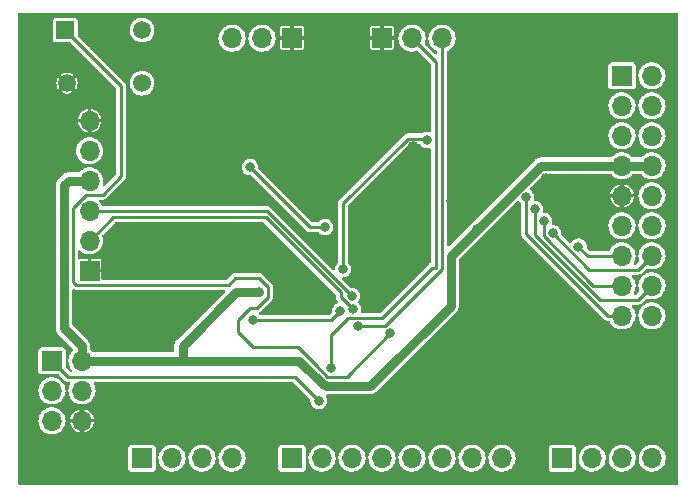
<source format=gbl>
G04 #@! TF.GenerationSoftware,KiCad,Pcbnew,6.0.1+dfsg-1*
G04 #@! TF.CreationDate,2022-05-09T21:45:28-04:00*
G04 #@! TF.ProjectId,wacom,7761636f-6d2e-46b6-9963-61645f706362,rev?*
G04 #@! TF.SameCoordinates,Original*
G04 #@! TF.FileFunction,Copper,L2,Bot*
G04 #@! TF.FilePolarity,Positive*
%FSLAX46Y46*%
G04 Gerber Fmt 4.6, Leading zero omitted, Abs format (unit mm)*
G04 Created by KiCad (PCBNEW 6.0.1+dfsg-1) date 2022-05-09 21:45:28*
%MOMM*%
%LPD*%
G01*
G04 APERTURE LIST*
G04 #@! TA.AperFunction,ComponentPad*
%ADD10R,1.700000X1.700000*%
G04 #@! TD*
G04 #@! TA.AperFunction,ComponentPad*
%ADD11O,1.700000X1.700000*%
G04 #@! TD*
G04 #@! TA.AperFunction,ComponentPad*
%ADD12R,1.498600X1.498600*%
G04 #@! TD*
G04 #@! TA.AperFunction,ComponentPad*
%ADD13C,1.498600*%
G04 #@! TD*
G04 #@! TA.AperFunction,ViaPad*
%ADD14C,0.800000*%
G04 #@! TD*
G04 #@! TA.AperFunction,ViaPad*
%ADD15C,1.000000*%
G04 #@! TD*
G04 #@! TA.AperFunction,Conductor*
%ADD16C,0.250000*%
G04 #@! TD*
G04 #@! TA.AperFunction,Conductor*
%ADD17C,0.800000*%
G04 #@! TD*
G04 APERTURE END LIST*
D10*
X99060000Y-93980000D03*
D11*
X101600000Y-93980000D03*
X104140000Y-93980000D03*
X106680000Y-93980000D03*
D10*
X119380000Y-58420000D03*
D11*
X121920000Y-58420000D03*
X124460000Y-58420000D03*
D10*
X94615000Y-78105000D03*
D11*
X94615000Y-75565000D03*
X94615000Y-73025000D03*
X94615000Y-70485000D03*
X94615000Y-67945000D03*
X94615000Y-65405000D03*
D10*
X111760000Y-58420000D03*
D11*
X109220000Y-58420000D03*
X106680000Y-58420000D03*
D10*
X111760000Y-93980000D03*
D11*
X114300000Y-93980000D03*
X116840000Y-93980000D03*
X119380000Y-93980000D03*
X121920000Y-93980000D03*
X124460000Y-93980000D03*
X127000000Y-93980000D03*
X129540000Y-93980000D03*
D10*
X91440000Y-85725000D03*
D11*
X93980000Y-85725000D03*
X91440000Y-88265000D03*
X93980000Y-88265000D03*
X91440000Y-90805000D03*
X93980000Y-90805000D03*
D12*
X92559999Y-57729999D03*
D13*
X92710000Y-62230000D03*
X99060001Y-57729999D03*
X99060001Y-62230000D03*
D10*
X134630000Y-93980000D03*
D11*
X137170000Y-93980000D03*
X139710000Y-93980000D03*
X142250000Y-93980000D03*
D10*
X139700000Y-61595000D03*
D11*
X142240000Y-61595000D03*
X139700000Y-64135000D03*
X142240000Y-64135000D03*
X139700000Y-66675000D03*
X142240000Y-66675000D03*
X139700000Y-69215000D03*
X142240000Y-69215000D03*
X139700000Y-71755000D03*
X142240000Y-71755000D03*
X139700000Y-74295000D03*
X142240000Y-74295000D03*
X139700000Y-76835000D03*
X142240000Y-76835000D03*
X139700000Y-79375000D03*
X142240000Y-79375000D03*
X139700000Y-81915000D03*
X142240000Y-81915000D03*
D14*
X108458000Y-82296000D03*
X115824000Y-81534000D03*
X108966000Y-79908400D03*
X127436238Y-74604238D03*
X114554000Y-87809011D03*
D15*
X121666000Y-89789000D03*
X118922800Y-66700400D03*
X119507000Y-79375000D03*
X122021600Y-67665600D03*
X99568000Y-82296000D03*
X133248400Y-70358000D03*
X101854000Y-76073000D03*
D14*
X111098500Y-80264000D03*
D15*
X105410000Y-71501000D03*
X113792000Y-90881200D03*
X125323600Y-72237600D03*
X126034800Y-62077600D03*
X122555000Y-71882000D03*
X124587000Y-90551000D03*
D14*
X116926838Y-81375436D03*
X116840000Y-80264000D03*
X136012701Y-76068701D03*
X133858000Y-74938614D03*
X133096000Y-73914000D03*
X132334000Y-72898000D03*
X131572000Y-71882000D03*
X116078000Y-77978000D03*
X123190000Y-67056000D03*
X108204000Y-69342000D03*
X114554000Y-74422000D03*
X120043599Y-83418999D03*
X114022168Y-89130168D03*
X115062000Y-86360000D03*
X117348000Y-82804000D03*
D16*
X115062000Y-82296000D02*
X115824000Y-81534000D01*
X108458000Y-82296000D02*
X115062000Y-82296000D01*
D17*
X102489000Y-84455000D02*
X102489000Y-85725000D01*
X108959139Y-79901539D02*
X108966000Y-79908400D01*
X118364000Y-87884000D02*
X114628989Y-87884000D01*
X93980000Y-85725000D02*
X102489000Y-85725000D01*
X93980000Y-84522919D02*
X93980000Y-85725000D01*
X92456000Y-70866000D02*
X92456000Y-82998919D01*
X92456000Y-82998919D02*
X93980000Y-84522919D01*
X125184520Y-81063480D02*
X118364000Y-87884000D01*
X112377760Y-85725000D02*
X114461791Y-87809031D01*
X132825477Y-69215000D02*
X125184520Y-76855957D01*
X107042461Y-79901539D02*
X102489000Y-84455000D01*
X107042461Y-79901539D02*
X108959139Y-79901539D01*
X125184520Y-76855957D02*
X125184520Y-81063480D01*
X139700000Y-69215000D02*
X132825477Y-69215000D01*
X102489000Y-85725000D02*
X112377760Y-85725000D01*
X92837000Y-70485000D02*
X92456000Y-70866000D01*
X114628989Y-87884000D02*
X114554000Y-87809011D01*
X142240000Y-69215000D02*
X139700000Y-69215000D01*
X94615000Y-70485000D02*
X92837000Y-70485000D01*
D16*
X115887141Y-80335739D02*
X115887141Y-79946859D01*
X96583141Y-73596859D02*
X94615000Y-75565000D01*
X115887141Y-79946859D02*
X109537141Y-73596859D01*
X116926838Y-81375436D02*
X115887141Y-80335739D01*
X109537141Y-73596859D02*
X96583141Y-73596859D01*
X116840000Y-80264000D02*
X109601000Y-73025000D01*
X109601000Y-73025000D02*
X94615000Y-73025000D01*
X136779000Y-76835000D02*
X136012701Y-76068701D01*
X139700000Y-76835000D02*
X136779000Y-76835000D01*
X133858000Y-74938614D02*
X133858000Y-74930000D01*
X141065489Y-78009511D02*
X142240000Y-76835000D01*
X136928897Y-78009511D02*
X141065489Y-78009511D01*
X133858000Y-74938614D02*
X136928897Y-78009511D01*
X137269772Y-79375000D02*
X133096000Y-75201228D01*
X139700000Y-79375000D02*
X137269772Y-79375000D01*
X133096000Y-75201228D02*
X133096000Y-73914000D01*
X142240000Y-79375000D02*
X141065489Y-80549511D01*
X137808566Y-80549511D02*
X132334000Y-75074945D01*
X132334000Y-75074945D02*
X132334000Y-72898000D01*
X141065489Y-80549511D02*
X137808566Y-80549511D01*
X131572000Y-74989081D02*
X131572000Y-71882000D01*
X138497919Y-81915000D02*
X131572000Y-74989081D01*
X139700000Y-81915000D02*
X138497919Y-81915000D01*
X116078000Y-72390000D02*
X121553911Y-66914089D01*
X116078000Y-77978000D02*
X116078000Y-72390000D01*
X123048089Y-66914089D02*
X123190000Y-67056000D01*
X121553911Y-66914089D02*
X123048089Y-66914089D01*
X108204000Y-69342000D02*
X113284000Y-74422000D01*
X113284000Y-74422000D02*
X114554000Y-74422000D01*
X94234000Y-59436000D02*
X94234000Y-59404001D01*
X108458000Y-84582000D02*
X112268000Y-84582000D01*
X112268000Y-84582000D02*
X113792000Y-86106000D01*
X95726489Y-71659511D02*
X97282000Y-70104000D01*
X113792000Y-86114614D02*
X114761897Y-87084511D01*
X113792000Y-86106000D02*
X113792000Y-86114614D01*
X93218000Y-79057022D02*
X93218000Y-72760990D01*
X97282000Y-62484000D02*
X94234000Y-59436000D01*
X114761897Y-87084511D02*
X116378087Y-87084511D01*
X97282000Y-70104000D02*
X97282000Y-62484000D01*
X108966000Y-78740000D02*
X109728000Y-79502000D01*
X108204000Y-81280000D02*
X107188000Y-82296000D01*
X107188000Y-82296000D02*
X107188000Y-83312000D01*
X106934000Y-78740000D02*
X106394489Y-79279511D01*
X93218000Y-72760990D02*
X94319479Y-71659511D01*
X108458000Y-78740000D02*
X108966000Y-78740000D01*
X106394489Y-79279511D02*
X93440489Y-79279511D01*
X109728000Y-79502000D02*
X109728000Y-80314800D01*
X107188000Y-83312000D02*
X108458000Y-84582000D01*
X108458000Y-78740000D02*
X106934000Y-78740000D01*
X94319479Y-71659511D02*
X95726489Y-71659511D01*
X108762800Y-81280000D02*
X108204000Y-81280000D01*
X116378087Y-87084511D02*
X120043599Y-83418999D01*
X93440489Y-79279511D02*
X93218000Y-79057022D01*
X94234000Y-59404001D02*
X92559998Y-57729999D01*
X109728000Y-80314800D02*
X108762800Y-81280000D01*
X111982489Y-87090489D02*
X92805489Y-87090489D01*
X92805489Y-87090489D02*
X91440000Y-85725000D01*
X114022168Y-89130168D02*
X111982489Y-87090489D01*
X115062000Y-86360000D02*
X115062000Y-83566000D01*
X123952000Y-77850282D02*
X123952000Y-60452000D01*
X119339771Y-82129489D02*
X116498511Y-82129489D01*
X116498511Y-82129489D02*
X115062000Y-83566000D01*
X123952000Y-77850282D02*
X123618978Y-77850282D01*
X123952000Y-60452000D02*
X121920000Y-58420000D01*
X123618978Y-77850282D02*
X119339771Y-82129489D01*
X119951500Y-82486500D02*
X124460000Y-77978000D01*
X119634000Y-82804000D02*
X117348000Y-82804000D01*
X124460000Y-77978000D02*
X124460000Y-58420000D01*
X119951500Y-82486500D02*
X119634000Y-82804000D01*
G04 #@! TA.AperFunction,Conductor*
G36*
X144439191Y-56279907D02*
G01*
X144475155Y-56329407D01*
X144480000Y-56360000D01*
X144480000Y-96121000D01*
X144461093Y-96179191D01*
X144411593Y-96215155D01*
X144381000Y-96220000D01*
X88664000Y-96220000D01*
X88605809Y-96201093D01*
X88569845Y-96151593D01*
X88565000Y-96121000D01*
X88565000Y-94874646D01*
X97909500Y-94874646D01*
X97912618Y-94900846D01*
X97958061Y-95003153D01*
X97964529Y-95009610D01*
X97964530Y-95009611D01*
X97991964Y-95036997D01*
X98037287Y-95082241D01*
X98045645Y-95085936D01*
X98132864Y-95124496D01*
X98132866Y-95124496D01*
X98139673Y-95127506D01*
X98147067Y-95128368D01*
X98162378Y-95130153D01*
X98165354Y-95130500D01*
X99954646Y-95130500D01*
X99972561Y-95128368D01*
X99973469Y-95128260D01*
X99973470Y-95128260D01*
X99980846Y-95127382D01*
X100083153Y-95081939D01*
X100162241Y-95002713D01*
X100207506Y-94900327D01*
X100210500Y-94874646D01*
X100210500Y-93949754D01*
X100444967Y-93949754D01*
X100458796Y-94160749D01*
X100459912Y-94165142D01*
X100459912Y-94165144D01*
X100482487Y-94254032D01*
X100510845Y-94365690D01*
X100512747Y-94369815D01*
X100512747Y-94369816D01*
X100551518Y-94453916D01*
X100599369Y-94557714D01*
X100721405Y-94730391D01*
X100872865Y-94877937D01*
X100876638Y-94880458D01*
X101044899Y-94992887D01*
X101044902Y-94992889D01*
X101048677Y-94995411D01*
X101145472Y-95036997D01*
X101238774Y-95077083D01*
X101238778Y-95077084D01*
X101242953Y-95078878D01*
X101272881Y-95085650D01*
X101444760Y-95124543D01*
X101444765Y-95124544D01*
X101449186Y-95125544D01*
X101554828Y-95129695D01*
X101655937Y-95133668D01*
X101655938Y-95133668D01*
X101660470Y-95133846D01*
X101869730Y-95103504D01*
X101874029Y-95102045D01*
X101874032Y-95102044D01*
X102065654Y-95036997D01*
X102069955Y-95035537D01*
X102117021Y-95009179D01*
X102250481Y-94934437D01*
X102254442Y-94932219D01*
X102417012Y-94797012D01*
X102552219Y-94634442D01*
X102655537Y-94449955D01*
X102656997Y-94445654D01*
X102722044Y-94254032D01*
X102722045Y-94254029D01*
X102723504Y-94249730D01*
X102753846Y-94040470D01*
X102755429Y-93980000D01*
X102752650Y-93949754D01*
X102984967Y-93949754D01*
X102998796Y-94160749D01*
X102999912Y-94165142D01*
X102999912Y-94165144D01*
X103022487Y-94254032D01*
X103050845Y-94365690D01*
X103052747Y-94369815D01*
X103052747Y-94369816D01*
X103091518Y-94453916D01*
X103139369Y-94557714D01*
X103261405Y-94730391D01*
X103412865Y-94877937D01*
X103416638Y-94880458D01*
X103584899Y-94992887D01*
X103584902Y-94992889D01*
X103588677Y-94995411D01*
X103685472Y-95036997D01*
X103778774Y-95077083D01*
X103778778Y-95077084D01*
X103782953Y-95078878D01*
X103812881Y-95085650D01*
X103984760Y-95124543D01*
X103984765Y-95124544D01*
X103989186Y-95125544D01*
X104094828Y-95129695D01*
X104195937Y-95133668D01*
X104195938Y-95133668D01*
X104200470Y-95133846D01*
X104409730Y-95103504D01*
X104414029Y-95102045D01*
X104414032Y-95102044D01*
X104605654Y-95036997D01*
X104609955Y-95035537D01*
X104657021Y-95009179D01*
X104790481Y-94934437D01*
X104794442Y-94932219D01*
X104957012Y-94797012D01*
X105092219Y-94634442D01*
X105195537Y-94449955D01*
X105196997Y-94445654D01*
X105262044Y-94254032D01*
X105262045Y-94254029D01*
X105263504Y-94249730D01*
X105293846Y-94040470D01*
X105295429Y-93980000D01*
X105292650Y-93949754D01*
X105524967Y-93949754D01*
X105538796Y-94160749D01*
X105539912Y-94165142D01*
X105539912Y-94165144D01*
X105562487Y-94254032D01*
X105590845Y-94365690D01*
X105592747Y-94369815D01*
X105592747Y-94369816D01*
X105631518Y-94453916D01*
X105679369Y-94557714D01*
X105801405Y-94730391D01*
X105952865Y-94877937D01*
X105956638Y-94880458D01*
X106124899Y-94992887D01*
X106124902Y-94992889D01*
X106128677Y-94995411D01*
X106225472Y-95036997D01*
X106318774Y-95077083D01*
X106318778Y-95077084D01*
X106322953Y-95078878D01*
X106352881Y-95085650D01*
X106524760Y-95124543D01*
X106524765Y-95124544D01*
X106529186Y-95125544D01*
X106634828Y-95129695D01*
X106735937Y-95133668D01*
X106735938Y-95133668D01*
X106740470Y-95133846D01*
X106949730Y-95103504D01*
X106954029Y-95102045D01*
X106954032Y-95102044D01*
X107145654Y-95036997D01*
X107149955Y-95035537D01*
X107197021Y-95009179D01*
X107330481Y-94934437D01*
X107334442Y-94932219D01*
X107403667Y-94874646D01*
X110609500Y-94874646D01*
X110612618Y-94900846D01*
X110658061Y-95003153D01*
X110664529Y-95009610D01*
X110664530Y-95009611D01*
X110691964Y-95036997D01*
X110737287Y-95082241D01*
X110745645Y-95085936D01*
X110832864Y-95124496D01*
X110832866Y-95124496D01*
X110839673Y-95127506D01*
X110847067Y-95128368D01*
X110862378Y-95130153D01*
X110865354Y-95130500D01*
X112654646Y-95130500D01*
X112672561Y-95128368D01*
X112673469Y-95128260D01*
X112673470Y-95128260D01*
X112680846Y-95127382D01*
X112783153Y-95081939D01*
X112862241Y-95002713D01*
X112907506Y-94900327D01*
X112910500Y-94874646D01*
X112910500Y-93949754D01*
X113144967Y-93949754D01*
X113158796Y-94160749D01*
X113159912Y-94165142D01*
X113159912Y-94165144D01*
X113182487Y-94254032D01*
X113210845Y-94365690D01*
X113212747Y-94369815D01*
X113212747Y-94369816D01*
X113251518Y-94453916D01*
X113299369Y-94557714D01*
X113421405Y-94730391D01*
X113572865Y-94877937D01*
X113576638Y-94880458D01*
X113744899Y-94992887D01*
X113744902Y-94992889D01*
X113748677Y-94995411D01*
X113845472Y-95036997D01*
X113938774Y-95077083D01*
X113938778Y-95077084D01*
X113942953Y-95078878D01*
X113972881Y-95085650D01*
X114144760Y-95124543D01*
X114144765Y-95124544D01*
X114149186Y-95125544D01*
X114254828Y-95129695D01*
X114355937Y-95133668D01*
X114355938Y-95133668D01*
X114360470Y-95133846D01*
X114569730Y-95103504D01*
X114574029Y-95102045D01*
X114574032Y-95102044D01*
X114765654Y-95036997D01*
X114769955Y-95035537D01*
X114817021Y-95009179D01*
X114950481Y-94934437D01*
X114954442Y-94932219D01*
X115117012Y-94797012D01*
X115252219Y-94634442D01*
X115355537Y-94449955D01*
X115356997Y-94445654D01*
X115422044Y-94254032D01*
X115422045Y-94254029D01*
X115423504Y-94249730D01*
X115453846Y-94040470D01*
X115455429Y-93980000D01*
X115452650Y-93949754D01*
X115684967Y-93949754D01*
X115698796Y-94160749D01*
X115699912Y-94165142D01*
X115699912Y-94165144D01*
X115722487Y-94254032D01*
X115750845Y-94365690D01*
X115752747Y-94369815D01*
X115752747Y-94369816D01*
X115791518Y-94453916D01*
X115839369Y-94557714D01*
X115961405Y-94730391D01*
X116112865Y-94877937D01*
X116116638Y-94880458D01*
X116284899Y-94992887D01*
X116284902Y-94992889D01*
X116288677Y-94995411D01*
X116385472Y-95036997D01*
X116478774Y-95077083D01*
X116478778Y-95077084D01*
X116482953Y-95078878D01*
X116512881Y-95085650D01*
X116684760Y-95124543D01*
X116684765Y-95124544D01*
X116689186Y-95125544D01*
X116794828Y-95129695D01*
X116895937Y-95133668D01*
X116895938Y-95133668D01*
X116900470Y-95133846D01*
X117109730Y-95103504D01*
X117114029Y-95102045D01*
X117114032Y-95102044D01*
X117305654Y-95036997D01*
X117309955Y-95035537D01*
X117357021Y-95009179D01*
X117490481Y-94934437D01*
X117494442Y-94932219D01*
X117657012Y-94797012D01*
X117792219Y-94634442D01*
X117895537Y-94449955D01*
X117896997Y-94445654D01*
X117962044Y-94254032D01*
X117962045Y-94254029D01*
X117963504Y-94249730D01*
X117993846Y-94040470D01*
X117995429Y-93980000D01*
X117992650Y-93949754D01*
X118224967Y-93949754D01*
X118238796Y-94160749D01*
X118239912Y-94165142D01*
X118239912Y-94165144D01*
X118262487Y-94254032D01*
X118290845Y-94365690D01*
X118292747Y-94369815D01*
X118292747Y-94369816D01*
X118331518Y-94453916D01*
X118379369Y-94557714D01*
X118501405Y-94730391D01*
X118652865Y-94877937D01*
X118656638Y-94880458D01*
X118824899Y-94992887D01*
X118824902Y-94992889D01*
X118828677Y-94995411D01*
X118925472Y-95036997D01*
X119018774Y-95077083D01*
X119018778Y-95077084D01*
X119022953Y-95078878D01*
X119052881Y-95085650D01*
X119224760Y-95124543D01*
X119224765Y-95124544D01*
X119229186Y-95125544D01*
X119334828Y-95129695D01*
X119435937Y-95133668D01*
X119435938Y-95133668D01*
X119440470Y-95133846D01*
X119649730Y-95103504D01*
X119654029Y-95102045D01*
X119654032Y-95102044D01*
X119845654Y-95036997D01*
X119849955Y-95035537D01*
X119897021Y-95009179D01*
X120030481Y-94934437D01*
X120034442Y-94932219D01*
X120197012Y-94797012D01*
X120332219Y-94634442D01*
X120435537Y-94449955D01*
X120436997Y-94445654D01*
X120502044Y-94254032D01*
X120502045Y-94254029D01*
X120503504Y-94249730D01*
X120533846Y-94040470D01*
X120535429Y-93980000D01*
X120532650Y-93949754D01*
X120764967Y-93949754D01*
X120778796Y-94160749D01*
X120779912Y-94165142D01*
X120779912Y-94165144D01*
X120802487Y-94254032D01*
X120830845Y-94365690D01*
X120832747Y-94369815D01*
X120832747Y-94369816D01*
X120871518Y-94453916D01*
X120919369Y-94557714D01*
X121041405Y-94730391D01*
X121192865Y-94877937D01*
X121196638Y-94880458D01*
X121364899Y-94992887D01*
X121364902Y-94992889D01*
X121368677Y-94995411D01*
X121465472Y-95036997D01*
X121558774Y-95077083D01*
X121558778Y-95077084D01*
X121562953Y-95078878D01*
X121592881Y-95085650D01*
X121764760Y-95124543D01*
X121764765Y-95124544D01*
X121769186Y-95125544D01*
X121874828Y-95129695D01*
X121975937Y-95133668D01*
X121975938Y-95133668D01*
X121980470Y-95133846D01*
X122189730Y-95103504D01*
X122194029Y-95102045D01*
X122194032Y-95102044D01*
X122385654Y-95036997D01*
X122389955Y-95035537D01*
X122437021Y-95009179D01*
X122570481Y-94934437D01*
X122574442Y-94932219D01*
X122737012Y-94797012D01*
X122872219Y-94634442D01*
X122975537Y-94449955D01*
X122976997Y-94445654D01*
X123042044Y-94254032D01*
X123042045Y-94254029D01*
X123043504Y-94249730D01*
X123073846Y-94040470D01*
X123075429Y-93980000D01*
X123072650Y-93949754D01*
X123304967Y-93949754D01*
X123318796Y-94160749D01*
X123319912Y-94165142D01*
X123319912Y-94165144D01*
X123342487Y-94254032D01*
X123370845Y-94365690D01*
X123372747Y-94369815D01*
X123372747Y-94369816D01*
X123411518Y-94453916D01*
X123459369Y-94557714D01*
X123581405Y-94730391D01*
X123732865Y-94877937D01*
X123736638Y-94880458D01*
X123904899Y-94992887D01*
X123904902Y-94992889D01*
X123908677Y-94995411D01*
X124005472Y-95036997D01*
X124098774Y-95077083D01*
X124098778Y-95077084D01*
X124102953Y-95078878D01*
X124132881Y-95085650D01*
X124304760Y-95124543D01*
X124304765Y-95124544D01*
X124309186Y-95125544D01*
X124414828Y-95129695D01*
X124515937Y-95133668D01*
X124515938Y-95133668D01*
X124520470Y-95133846D01*
X124729730Y-95103504D01*
X124734029Y-95102045D01*
X124734032Y-95102044D01*
X124925654Y-95036997D01*
X124929955Y-95035537D01*
X124977021Y-95009179D01*
X125110481Y-94934437D01*
X125114442Y-94932219D01*
X125277012Y-94797012D01*
X125412219Y-94634442D01*
X125515537Y-94449955D01*
X125516997Y-94445654D01*
X125582044Y-94254032D01*
X125582045Y-94254029D01*
X125583504Y-94249730D01*
X125613846Y-94040470D01*
X125615429Y-93980000D01*
X125612650Y-93949754D01*
X125844967Y-93949754D01*
X125858796Y-94160749D01*
X125859912Y-94165142D01*
X125859912Y-94165144D01*
X125882487Y-94254032D01*
X125910845Y-94365690D01*
X125912747Y-94369815D01*
X125912747Y-94369816D01*
X125951518Y-94453916D01*
X125999369Y-94557714D01*
X126121405Y-94730391D01*
X126272865Y-94877937D01*
X126276638Y-94880458D01*
X126444899Y-94992887D01*
X126444902Y-94992889D01*
X126448677Y-94995411D01*
X126545472Y-95036997D01*
X126638774Y-95077083D01*
X126638778Y-95077084D01*
X126642953Y-95078878D01*
X126672881Y-95085650D01*
X126844760Y-95124543D01*
X126844765Y-95124544D01*
X126849186Y-95125544D01*
X126954828Y-95129695D01*
X127055937Y-95133668D01*
X127055938Y-95133668D01*
X127060470Y-95133846D01*
X127269730Y-95103504D01*
X127274029Y-95102045D01*
X127274032Y-95102044D01*
X127465654Y-95036997D01*
X127469955Y-95035537D01*
X127517021Y-95009179D01*
X127650481Y-94934437D01*
X127654442Y-94932219D01*
X127817012Y-94797012D01*
X127952219Y-94634442D01*
X128055537Y-94449955D01*
X128056997Y-94445654D01*
X128122044Y-94254032D01*
X128122045Y-94254029D01*
X128123504Y-94249730D01*
X128153846Y-94040470D01*
X128155429Y-93980000D01*
X128152650Y-93949754D01*
X128384967Y-93949754D01*
X128398796Y-94160749D01*
X128399912Y-94165142D01*
X128399912Y-94165144D01*
X128422487Y-94254032D01*
X128450845Y-94365690D01*
X128452747Y-94369815D01*
X128452747Y-94369816D01*
X128491518Y-94453916D01*
X128539369Y-94557714D01*
X128661405Y-94730391D01*
X128812865Y-94877937D01*
X128816638Y-94880458D01*
X128984899Y-94992887D01*
X128984902Y-94992889D01*
X128988677Y-94995411D01*
X129085472Y-95036997D01*
X129178774Y-95077083D01*
X129178778Y-95077084D01*
X129182953Y-95078878D01*
X129212881Y-95085650D01*
X129384760Y-95124543D01*
X129384765Y-95124544D01*
X129389186Y-95125544D01*
X129494828Y-95129695D01*
X129595937Y-95133668D01*
X129595938Y-95133668D01*
X129600470Y-95133846D01*
X129809730Y-95103504D01*
X129814029Y-95102045D01*
X129814032Y-95102044D01*
X130005654Y-95036997D01*
X130009955Y-95035537D01*
X130057021Y-95009179D01*
X130190481Y-94934437D01*
X130194442Y-94932219D01*
X130263667Y-94874646D01*
X133479500Y-94874646D01*
X133482618Y-94900846D01*
X133528061Y-95003153D01*
X133534529Y-95009610D01*
X133534530Y-95009611D01*
X133561964Y-95036997D01*
X133607287Y-95082241D01*
X133615645Y-95085936D01*
X133702864Y-95124496D01*
X133702866Y-95124496D01*
X133709673Y-95127506D01*
X133717067Y-95128368D01*
X133732378Y-95130153D01*
X133735354Y-95130500D01*
X135524646Y-95130500D01*
X135542561Y-95128368D01*
X135543469Y-95128260D01*
X135543470Y-95128260D01*
X135550846Y-95127382D01*
X135653153Y-95081939D01*
X135732241Y-95002713D01*
X135777506Y-94900327D01*
X135780500Y-94874646D01*
X135780500Y-93949754D01*
X136014967Y-93949754D01*
X136028796Y-94160749D01*
X136029912Y-94165142D01*
X136029912Y-94165144D01*
X136052487Y-94254032D01*
X136080845Y-94365690D01*
X136082747Y-94369815D01*
X136082747Y-94369816D01*
X136121518Y-94453916D01*
X136169369Y-94557714D01*
X136291405Y-94730391D01*
X136442865Y-94877937D01*
X136446638Y-94880458D01*
X136614899Y-94992887D01*
X136614902Y-94992889D01*
X136618677Y-94995411D01*
X136715472Y-95036997D01*
X136808774Y-95077083D01*
X136808778Y-95077084D01*
X136812953Y-95078878D01*
X136842881Y-95085650D01*
X137014760Y-95124543D01*
X137014765Y-95124544D01*
X137019186Y-95125544D01*
X137124828Y-95129695D01*
X137225937Y-95133668D01*
X137225938Y-95133668D01*
X137230470Y-95133846D01*
X137439730Y-95103504D01*
X137444029Y-95102045D01*
X137444032Y-95102044D01*
X137635654Y-95036997D01*
X137639955Y-95035537D01*
X137687021Y-95009179D01*
X137820481Y-94934437D01*
X137824442Y-94932219D01*
X137987012Y-94797012D01*
X138122219Y-94634442D01*
X138225537Y-94449955D01*
X138226997Y-94445654D01*
X138292044Y-94254032D01*
X138292045Y-94254029D01*
X138293504Y-94249730D01*
X138323846Y-94040470D01*
X138325429Y-93980000D01*
X138322650Y-93949754D01*
X138554967Y-93949754D01*
X138568796Y-94160749D01*
X138569912Y-94165142D01*
X138569912Y-94165144D01*
X138592487Y-94254032D01*
X138620845Y-94365690D01*
X138622747Y-94369815D01*
X138622747Y-94369816D01*
X138661518Y-94453916D01*
X138709369Y-94557714D01*
X138831405Y-94730391D01*
X138982865Y-94877937D01*
X138986638Y-94880458D01*
X139154899Y-94992887D01*
X139154902Y-94992889D01*
X139158677Y-94995411D01*
X139255472Y-95036997D01*
X139348774Y-95077083D01*
X139348778Y-95077084D01*
X139352953Y-95078878D01*
X139382881Y-95085650D01*
X139554760Y-95124543D01*
X139554765Y-95124544D01*
X139559186Y-95125544D01*
X139664828Y-95129695D01*
X139765937Y-95133668D01*
X139765938Y-95133668D01*
X139770470Y-95133846D01*
X139979730Y-95103504D01*
X139984029Y-95102045D01*
X139984032Y-95102044D01*
X140175654Y-95036997D01*
X140179955Y-95035537D01*
X140227021Y-95009179D01*
X140360481Y-94934437D01*
X140364442Y-94932219D01*
X140527012Y-94797012D01*
X140662219Y-94634442D01*
X140765537Y-94449955D01*
X140766997Y-94445654D01*
X140832044Y-94254032D01*
X140832045Y-94254029D01*
X140833504Y-94249730D01*
X140863846Y-94040470D01*
X140865429Y-93980000D01*
X140862650Y-93949754D01*
X141094967Y-93949754D01*
X141108796Y-94160749D01*
X141109912Y-94165142D01*
X141109912Y-94165144D01*
X141132487Y-94254032D01*
X141160845Y-94365690D01*
X141162747Y-94369815D01*
X141162747Y-94369816D01*
X141201518Y-94453916D01*
X141249369Y-94557714D01*
X141371405Y-94730391D01*
X141522865Y-94877937D01*
X141526638Y-94880458D01*
X141694899Y-94992887D01*
X141694902Y-94992889D01*
X141698677Y-94995411D01*
X141795472Y-95036997D01*
X141888774Y-95077083D01*
X141888778Y-95077084D01*
X141892953Y-95078878D01*
X141922881Y-95085650D01*
X142094760Y-95124543D01*
X142094765Y-95124544D01*
X142099186Y-95125544D01*
X142204828Y-95129695D01*
X142305937Y-95133668D01*
X142305938Y-95133668D01*
X142310470Y-95133846D01*
X142519730Y-95103504D01*
X142524029Y-95102045D01*
X142524032Y-95102044D01*
X142715654Y-95036997D01*
X142719955Y-95035537D01*
X142767021Y-95009179D01*
X142900481Y-94934437D01*
X142904442Y-94932219D01*
X143067012Y-94797012D01*
X143202219Y-94634442D01*
X143305537Y-94449955D01*
X143306997Y-94445654D01*
X143372044Y-94254032D01*
X143372045Y-94254029D01*
X143373504Y-94249730D01*
X143403846Y-94040470D01*
X143405429Y-93980000D01*
X143386081Y-93769440D01*
X143328686Y-93565931D01*
X143235165Y-93376290D01*
X143108651Y-93206867D01*
X142953381Y-93063337D01*
X142946752Y-93059154D01*
X142778391Y-92952926D01*
X142774554Y-92950505D01*
X142578160Y-92872152D01*
X142370775Y-92830901D01*
X142266599Y-92829537D01*
X142163886Y-92828192D01*
X142163881Y-92828192D01*
X142159346Y-92828133D01*
X142154873Y-92828902D01*
X142154868Y-92828902D01*
X142051601Y-92846647D01*
X141950953Y-92863941D01*
X141752575Y-92937127D01*
X141748676Y-92939446D01*
X141748671Y-92939449D01*
X141574762Y-93042914D01*
X141570856Y-93045238D01*
X141567441Y-93048233D01*
X141567438Y-93048235D01*
X141528433Y-93082442D01*
X141411881Y-93184655D01*
X141280976Y-93350708D01*
X141182523Y-93537836D01*
X141119820Y-93739773D01*
X141094967Y-93949754D01*
X140862650Y-93949754D01*
X140846081Y-93769440D01*
X140788686Y-93565931D01*
X140695165Y-93376290D01*
X140568651Y-93206867D01*
X140413381Y-93063337D01*
X140406752Y-93059154D01*
X140238391Y-92952926D01*
X140234554Y-92950505D01*
X140038160Y-92872152D01*
X139830775Y-92830901D01*
X139726599Y-92829537D01*
X139623886Y-92828192D01*
X139623881Y-92828192D01*
X139619346Y-92828133D01*
X139614873Y-92828902D01*
X139614868Y-92828902D01*
X139511601Y-92846647D01*
X139410953Y-92863941D01*
X139212575Y-92937127D01*
X139208676Y-92939446D01*
X139208671Y-92939449D01*
X139034762Y-93042914D01*
X139030856Y-93045238D01*
X139027441Y-93048233D01*
X139027438Y-93048235D01*
X138988433Y-93082442D01*
X138871881Y-93184655D01*
X138740976Y-93350708D01*
X138642523Y-93537836D01*
X138579820Y-93739773D01*
X138554967Y-93949754D01*
X138322650Y-93949754D01*
X138306081Y-93769440D01*
X138248686Y-93565931D01*
X138155165Y-93376290D01*
X138028651Y-93206867D01*
X137873381Y-93063337D01*
X137866752Y-93059154D01*
X137698391Y-92952926D01*
X137694554Y-92950505D01*
X137498160Y-92872152D01*
X137290775Y-92830901D01*
X137186599Y-92829537D01*
X137083886Y-92828192D01*
X137083881Y-92828192D01*
X137079346Y-92828133D01*
X137074873Y-92828902D01*
X137074868Y-92828902D01*
X136971601Y-92846647D01*
X136870953Y-92863941D01*
X136672575Y-92937127D01*
X136668676Y-92939446D01*
X136668671Y-92939449D01*
X136494762Y-93042914D01*
X136490856Y-93045238D01*
X136487441Y-93048233D01*
X136487438Y-93048235D01*
X136448433Y-93082442D01*
X136331881Y-93184655D01*
X136200976Y-93350708D01*
X136102523Y-93537836D01*
X136039820Y-93739773D01*
X136014967Y-93949754D01*
X135780500Y-93949754D01*
X135780500Y-93085354D01*
X135777382Y-93059154D01*
X135731939Y-92956847D01*
X135652713Y-92877759D01*
X135619721Y-92863173D01*
X135557136Y-92835504D01*
X135557134Y-92835504D01*
X135550327Y-92832494D01*
X135536157Y-92830842D01*
X135527494Y-92829832D01*
X135527493Y-92829832D01*
X135524646Y-92829500D01*
X133735354Y-92829500D01*
X133718951Y-92831452D01*
X133716531Y-92831740D01*
X133716530Y-92831740D01*
X133709154Y-92832618D01*
X133606847Y-92878061D01*
X133527759Y-92957287D01*
X133524064Y-92965645D01*
X133488876Y-93045238D01*
X133482494Y-93059673D01*
X133479500Y-93085354D01*
X133479500Y-94874646D01*
X130263667Y-94874646D01*
X130357012Y-94797012D01*
X130492219Y-94634442D01*
X130595537Y-94449955D01*
X130596997Y-94445654D01*
X130662044Y-94254032D01*
X130662045Y-94254029D01*
X130663504Y-94249730D01*
X130693846Y-94040470D01*
X130695429Y-93980000D01*
X130676081Y-93769440D01*
X130618686Y-93565931D01*
X130525165Y-93376290D01*
X130398651Y-93206867D01*
X130243381Y-93063337D01*
X130236752Y-93059154D01*
X130068391Y-92952926D01*
X130064554Y-92950505D01*
X129868160Y-92872152D01*
X129660775Y-92830901D01*
X129556599Y-92829537D01*
X129453886Y-92828192D01*
X129453881Y-92828192D01*
X129449346Y-92828133D01*
X129444873Y-92828902D01*
X129444868Y-92828902D01*
X129341601Y-92846647D01*
X129240953Y-92863941D01*
X129042575Y-92937127D01*
X129038676Y-92939446D01*
X129038671Y-92939449D01*
X128864762Y-93042914D01*
X128860856Y-93045238D01*
X128857441Y-93048233D01*
X128857438Y-93048235D01*
X128818433Y-93082442D01*
X128701881Y-93184655D01*
X128570976Y-93350708D01*
X128472523Y-93537836D01*
X128409820Y-93739773D01*
X128384967Y-93949754D01*
X128152650Y-93949754D01*
X128136081Y-93769440D01*
X128078686Y-93565931D01*
X127985165Y-93376290D01*
X127858651Y-93206867D01*
X127703381Y-93063337D01*
X127696752Y-93059154D01*
X127528391Y-92952926D01*
X127524554Y-92950505D01*
X127328160Y-92872152D01*
X127120775Y-92830901D01*
X127016599Y-92829537D01*
X126913886Y-92828192D01*
X126913881Y-92828192D01*
X126909346Y-92828133D01*
X126904873Y-92828902D01*
X126904868Y-92828902D01*
X126801601Y-92846647D01*
X126700953Y-92863941D01*
X126502575Y-92937127D01*
X126498676Y-92939446D01*
X126498671Y-92939449D01*
X126324762Y-93042914D01*
X126320856Y-93045238D01*
X126317441Y-93048233D01*
X126317438Y-93048235D01*
X126278433Y-93082442D01*
X126161881Y-93184655D01*
X126030976Y-93350708D01*
X125932523Y-93537836D01*
X125869820Y-93739773D01*
X125844967Y-93949754D01*
X125612650Y-93949754D01*
X125596081Y-93769440D01*
X125538686Y-93565931D01*
X125445165Y-93376290D01*
X125318651Y-93206867D01*
X125163381Y-93063337D01*
X125156752Y-93059154D01*
X124988391Y-92952926D01*
X124984554Y-92950505D01*
X124788160Y-92872152D01*
X124580775Y-92830901D01*
X124476599Y-92829537D01*
X124373886Y-92828192D01*
X124373881Y-92828192D01*
X124369346Y-92828133D01*
X124364873Y-92828902D01*
X124364868Y-92828902D01*
X124261601Y-92846647D01*
X124160953Y-92863941D01*
X123962575Y-92937127D01*
X123958676Y-92939446D01*
X123958671Y-92939449D01*
X123784762Y-93042914D01*
X123780856Y-93045238D01*
X123777441Y-93048233D01*
X123777438Y-93048235D01*
X123738433Y-93082442D01*
X123621881Y-93184655D01*
X123490976Y-93350708D01*
X123392523Y-93537836D01*
X123329820Y-93739773D01*
X123304967Y-93949754D01*
X123072650Y-93949754D01*
X123056081Y-93769440D01*
X122998686Y-93565931D01*
X122905165Y-93376290D01*
X122778651Y-93206867D01*
X122623381Y-93063337D01*
X122616752Y-93059154D01*
X122448391Y-92952926D01*
X122444554Y-92950505D01*
X122248160Y-92872152D01*
X122040775Y-92830901D01*
X121936599Y-92829537D01*
X121833886Y-92828192D01*
X121833881Y-92828192D01*
X121829346Y-92828133D01*
X121824873Y-92828902D01*
X121824868Y-92828902D01*
X121721601Y-92846647D01*
X121620953Y-92863941D01*
X121422575Y-92937127D01*
X121418676Y-92939446D01*
X121418671Y-92939449D01*
X121244762Y-93042914D01*
X121240856Y-93045238D01*
X121237441Y-93048233D01*
X121237438Y-93048235D01*
X121198433Y-93082442D01*
X121081881Y-93184655D01*
X120950976Y-93350708D01*
X120852523Y-93537836D01*
X120789820Y-93739773D01*
X120764967Y-93949754D01*
X120532650Y-93949754D01*
X120516081Y-93769440D01*
X120458686Y-93565931D01*
X120365165Y-93376290D01*
X120238651Y-93206867D01*
X120083381Y-93063337D01*
X120076752Y-93059154D01*
X119908391Y-92952926D01*
X119904554Y-92950505D01*
X119708160Y-92872152D01*
X119500775Y-92830901D01*
X119396599Y-92829537D01*
X119293886Y-92828192D01*
X119293881Y-92828192D01*
X119289346Y-92828133D01*
X119284873Y-92828902D01*
X119284868Y-92828902D01*
X119181601Y-92846647D01*
X119080953Y-92863941D01*
X118882575Y-92937127D01*
X118878676Y-92939446D01*
X118878671Y-92939449D01*
X118704762Y-93042914D01*
X118700856Y-93045238D01*
X118697441Y-93048233D01*
X118697438Y-93048235D01*
X118658433Y-93082442D01*
X118541881Y-93184655D01*
X118410976Y-93350708D01*
X118312523Y-93537836D01*
X118249820Y-93739773D01*
X118224967Y-93949754D01*
X117992650Y-93949754D01*
X117976081Y-93769440D01*
X117918686Y-93565931D01*
X117825165Y-93376290D01*
X117698651Y-93206867D01*
X117543381Y-93063337D01*
X117536752Y-93059154D01*
X117368391Y-92952926D01*
X117364554Y-92950505D01*
X117168160Y-92872152D01*
X116960775Y-92830901D01*
X116856599Y-92829537D01*
X116753886Y-92828192D01*
X116753881Y-92828192D01*
X116749346Y-92828133D01*
X116744873Y-92828902D01*
X116744868Y-92828902D01*
X116641601Y-92846647D01*
X116540953Y-92863941D01*
X116342575Y-92937127D01*
X116338676Y-92939446D01*
X116338671Y-92939449D01*
X116164762Y-93042914D01*
X116160856Y-93045238D01*
X116157441Y-93048233D01*
X116157438Y-93048235D01*
X116118433Y-93082442D01*
X116001881Y-93184655D01*
X115870976Y-93350708D01*
X115772523Y-93537836D01*
X115709820Y-93739773D01*
X115684967Y-93949754D01*
X115452650Y-93949754D01*
X115436081Y-93769440D01*
X115378686Y-93565931D01*
X115285165Y-93376290D01*
X115158651Y-93206867D01*
X115003381Y-93063337D01*
X114996752Y-93059154D01*
X114828391Y-92952926D01*
X114824554Y-92950505D01*
X114628160Y-92872152D01*
X114420775Y-92830901D01*
X114316599Y-92829537D01*
X114213886Y-92828192D01*
X114213881Y-92828192D01*
X114209346Y-92828133D01*
X114204873Y-92828902D01*
X114204868Y-92828902D01*
X114101601Y-92846647D01*
X114000953Y-92863941D01*
X113802575Y-92937127D01*
X113798676Y-92939446D01*
X113798671Y-92939449D01*
X113624762Y-93042914D01*
X113620856Y-93045238D01*
X113617441Y-93048233D01*
X113617438Y-93048235D01*
X113578433Y-93082442D01*
X113461881Y-93184655D01*
X113330976Y-93350708D01*
X113232523Y-93537836D01*
X113169820Y-93739773D01*
X113144967Y-93949754D01*
X112910500Y-93949754D01*
X112910500Y-93085354D01*
X112907382Y-93059154D01*
X112861939Y-92956847D01*
X112782713Y-92877759D01*
X112749721Y-92863173D01*
X112687136Y-92835504D01*
X112687134Y-92835504D01*
X112680327Y-92832494D01*
X112666157Y-92830842D01*
X112657494Y-92829832D01*
X112657493Y-92829832D01*
X112654646Y-92829500D01*
X110865354Y-92829500D01*
X110848951Y-92831452D01*
X110846531Y-92831740D01*
X110846530Y-92831740D01*
X110839154Y-92832618D01*
X110736847Y-92878061D01*
X110657759Y-92957287D01*
X110654064Y-92965645D01*
X110618876Y-93045238D01*
X110612494Y-93059673D01*
X110609500Y-93085354D01*
X110609500Y-94874646D01*
X107403667Y-94874646D01*
X107497012Y-94797012D01*
X107632219Y-94634442D01*
X107735537Y-94449955D01*
X107736997Y-94445654D01*
X107802044Y-94254032D01*
X107802045Y-94254029D01*
X107803504Y-94249730D01*
X107833846Y-94040470D01*
X107835429Y-93980000D01*
X107816081Y-93769440D01*
X107758686Y-93565931D01*
X107665165Y-93376290D01*
X107538651Y-93206867D01*
X107383381Y-93063337D01*
X107376752Y-93059154D01*
X107208391Y-92952926D01*
X107204554Y-92950505D01*
X107008160Y-92872152D01*
X106800775Y-92830901D01*
X106696599Y-92829537D01*
X106593886Y-92828192D01*
X106593881Y-92828192D01*
X106589346Y-92828133D01*
X106584873Y-92828902D01*
X106584868Y-92828902D01*
X106481601Y-92846647D01*
X106380953Y-92863941D01*
X106182575Y-92937127D01*
X106178676Y-92939446D01*
X106178671Y-92939449D01*
X106004762Y-93042914D01*
X106000856Y-93045238D01*
X105997441Y-93048233D01*
X105997438Y-93048235D01*
X105958433Y-93082442D01*
X105841881Y-93184655D01*
X105710976Y-93350708D01*
X105612523Y-93537836D01*
X105549820Y-93739773D01*
X105524967Y-93949754D01*
X105292650Y-93949754D01*
X105276081Y-93769440D01*
X105218686Y-93565931D01*
X105125165Y-93376290D01*
X104998651Y-93206867D01*
X104843381Y-93063337D01*
X104836752Y-93059154D01*
X104668391Y-92952926D01*
X104664554Y-92950505D01*
X104468160Y-92872152D01*
X104260775Y-92830901D01*
X104156599Y-92829537D01*
X104053886Y-92828192D01*
X104053881Y-92828192D01*
X104049346Y-92828133D01*
X104044873Y-92828902D01*
X104044868Y-92828902D01*
X103941601Y-92846647D01*
X103840953Y-92863941D01*
X103642575Y-92937127D01*
X103638676Y-92939446D01*
X103638671Y-92939449D01*
X103464762Y-93042914D01*
X103460856Y-93045238D01*
X103457441Y-93048233D01*
X103457438Y-93048235D01*
X103418433Y-93082442D01*
X103301881Y-93184655D01*
X103170976Y-93350708D01*
X103072523Y-93537836D01*
X103009820Y-93739773D01*
X102984967Y-93949754D01*
X102752650Y-93949754D01*
X102736081Y-93769440D01*
X102678686Y-93565931D01*
X102585165Y-93376290D01*
X102458651Y-93206867D01*
X102303381Y-93063337D01*
X102296752Y-93059154D01*
X102128391Y-92952926D01*
X102124554Y-92950505D01*
X101928160Y-92872152D01*
X101720775Y-92830901D01*
X101616599Y-92829537D01*
X101513886Y-92828192D01*
X101513881Y-92828192D01*
X101509346Y-92828133D01*
X101504873Y-92828902D01*
X101504868Y-92828902D01*
X101401601Y-92846647D01*
X101300953Y-92863941D01*
X101102575Y-92937127D01*
X101098676Y-92939446D01*
X101098671Y-92939449D01*
X100924762Y-93042914D01*
X100920856Y-93045238D01*
X100917441Y-93048233D01*
X100917438Y-93048235D01*
X100878433Y-93082442D01*
X100761881Y-93184655D01*
X100630976Y-93350708D01*
X100532523Y-93537836D01*
X100469820Y-93739773D01*
X100444967Y-93949754D01*
X100210500Y-93949754D01*
X100210500Y-93085354D01*
X100207382Y-93059154D01*
X100161939Y-92956847D01*
X100082713Y-92877759D01*
X100049721Y-92863173D01*
X99987136Y-92835504D01*
X99987134Y-92835504D01*
X99980327Y-92832494D01*
X99966157Y-92830842D01*
X99957494Y-92829832D01*
X99957493Y-92829832D01*
X99954646Y-92829500D01*
X98165354Y-92829500D01*
X98148951Y-92831452D01*
X98146531Y-92831740D01*
X98146530Y-92831740D01*
X98139154Y-92832618D01*
X98036847Y-92878061D01*
X97957759Y-92957287D01*
X97954064Y-92965645D01*
X97918876Y-93045238D01*
X97912494Y-93059673D01*
X97909500Y-93085354D01*
X97909500Y-94874646D01*
X88565000Y-94874646D01*
X88565000Y-90774754D01*
X90284967Y-90774754D01*
X90290397Y-90857597D01*
X90296855Y-90956130D01*
X90298796Y-90985749D01*
X90299912Y-90990142D01*
X90299912Y-90990144D01*
X90322487Y-91079032D01*
X90350845Y-91190690D01*
X90352747Y-91194815D01*
X90352747Y-91194816D01*
X90391518Y-91278916D01*
X90439369Y-91382714D01*
X90561405Y-91555391D01*
X90712865Y-91702937D01*
X90716638Y-91705458D01*
X90884899Y-91817887D01*
X90884902Y-91817889D01*
X90888677Y-91820411D01*
X90985472Y-91861997D01*
X91078774Y-91902083D01*
X91078778Y-91902084D01*
X91082953Y-91903878D01*
X91087387Y-91904881D01*
X91087386Y-91904881D01*
X91284760Y-91949543D01*
X91284765Y-91949544D01*
X91289186Y-91950544D01*
X91394828Y-91954695D01*
X91495937Y-91958668D01*
X91495938Y-91958668D01*
X91500470Y-91958846D01*
X91709730Y-91928504D01*
X91714029Y-91927045D01*
X91714032Y-91927044D01*
X91905654Y-91861997D01*
X91909955Y-91860537D01*
X92094442Y-91757219D01*
X92257012Y-91622012D01*
X92392219Y-91459442D01*
X92495537Y-91274955D01*
X92517886Y-91209116D01*
X92562044Y-91079032D01*
X92562045Y-91079029D01*
X92563504Y-91074730D01*
X92571031Y-91022818D01*
X92579437Y-90964846D01*
X92989860Y-90964846D01*
X92991264Y-90981575D01*
X92993002Y-90991042D01*
X93044388Y-91170248D01*
X93047939Y-91179216D01*
X93133151Y-91345020D01*
X93138374Y-91353125D01*
X93254178Y-91499233D01*
X93260861Y-91506154D01*
X93402837Y-91626985D01*
X93410752Y-91632486D01*
X93573488Y-91723435D01*
X93582316Y-91727292D01*
X93759627Y-91784904D01*
X93769027Y-91786970D01*
X93814432Y-91792385D01*
X93827514Y-91789794D01*
X93828955Y-91788238D01*
X93830000Y-91783484D01*
X93830000Y-91780777D01*
X94130000Y-91780777D01*
X94134122Y-91793462D01*
X94136735Y-91795361D01*
X94139680Y-91795712D01*
X94149659Y-91794945D01*
X94159152Y-91793271D01*
X94338705Y-91743139D01*
X94347702Y-91739649D01*
X94514098Y-91655597D01*
X94522233Y-91650435D01*
X94669146Y-91535653D01*
X94676116Y-91529016D01*
X94797934Y-91387888D01*
X94803493Y-91380007D01*
X94895577Y-91217911D01*
X94899493Y-91209116D01*
X94958341Y-91032212D01*
X94960475Y-91022818D01*
X94967077Y-90970556D01*
X94964577Y-90957454D01*
X94963167Y-90956130D01*
X94958112Y-90955000D01*
X94145680Y-90955000D01*
X94132995Y-90959122D01*
X94130000Y-90963243D01*
X94130000Y-91780777D01*
X93830000Y-91780777D01*
X93830000Y-90970680D01*
X93825878Y-90957995D01*
X93821757Y-90955000D01*
X93004713Y-90955000D01*
X92992028Y-90959122D01*
X92990237Y-90961586D01*
X92989860Y-90964846D01*
X92579437Y-90964846D01*
X92593426Y-90868369D01*
X92593426Y-90868363D01*
X92593846Y-90865470D01*
X92595429Y-90805000D01*
X92580214Y-90639417D01*
X92992258Y-90639417D01*
X92994940Y-90652484D01*
X92996643Y-90654038D01*
X93001091Y-90655000D01*
X93814320Y-90655000D01*
X93827005Y-90650878D01*
X93830000Y-90646757D01*
X93830000Y-90639320D01*
X94130000Y-90639320D01*
X94134122Y-90652005D01*
X94138243Y-90655000D01*
X94954451Y-90655000D01*
X94967136Y-90650878D01*
X94968710Y-90648712D01*
X94969133Y-90644820D01*
X94966174Y-90614645D01*
X94964302Y-90605190D01*
X94910418Y-90426718D01*
X94906748Y-90417814D01*
X94819224Y-90253204D01*
X94813891Y-90245178D01*
X94696064Y-90100708D01*
X94689275Y-90093871D01*
X94545626Y-89975034D01*
X94537643Y-89969650D01*
X94373645Y-89880976D01*
X94364774Y-89877247D01*
X94186673Y-89822116D01*
X94177239Y-89820179D01*
X94145594Y-89816853D01*
X94132548Y-89819626D01*
X94130881Y-89821478D01*
X94130000Y-89825621D01*
X94130000Y-90639320D01*
X93830000Y-90639320D01*
X93830000Y-89830155D01*
X93825878Y-89817470D01*
X93823563Y-89815787D01*
X93819987Y-89815386D01*
X93796530Y-89817521D01*
X93787069Y-89819325D01*
X93608228Y-89871962D01*
X93599287Y-89875575D01*
X93434078Y-89961944D01*
X93426017Y-89967218D01*
X93280724Y-90084036D01*
X93273836Y-90090782D01*
X93154011Y-90233584D01*
X93148558Y-90241548D01*
X93058752Y-90404905D01*
X93054952Y-90413769D01*
X92998584Y-90591465D01*
X92996579Y-90600896D01*
X92992258Y-90639417D01*
X92580214Y-90639417D01*
X92576081Y-90594440D01*
X92518686Y-90390931D01*
X92425165Y-90201290D01*
X92298651Y-90031867D01*
X92143381Y-89888337D01*
X92117429Y-89871962D01*
X91968391Y-89777926D01*
X91964554Y-89775505D01*
X91768160Y-89697152D01*
X91560775Y-89655901D01*
X91456599Y-89654537D01*
X91353886Y-89653192D01*
X91353881Y-89653192D01*
X91349346Y-89653133D01*
X91344873Y-89653902D01*
X91344868Y-89653902D01*
X91241601Y-89671647D01*
X91140953Y-89688941D01*
X90942575Y-89762127D01*
X90938676Y-89764446D01*
X90938671Y-89764449D01*
X90764762Y-89867914D01*
X90760856Y-89870238D01*
X90757441Y-89873233D01*
X90757438Y-89873235D01*
X90742977Y-89885917D01*
X90601881Y-90009655D01*
X90470976Y-90175708D01*
X90372523Y-90362836D01*
X90309820Y-90564773D01*
X90309286Y-90569283D01*
X90309286Y-90569284D01*
X90300117Y-90646757D01*
X90284967Y-90774754D01*
X88565000Y-90774754D01*
X88565000Y-88234754D01*
X90284967Y-88234754D01*
X90290397Y-88317597D01*
X90296892Y-88416693D01*
X90298796Y-88445749D01*
X90299912Y-88450142D01*
X90299912Y-88450144D01*
X90322487Y-88539032D01*
X90350845Y-88650690D01*
X90352747Y-88654815D01*
X90352747Y-88654816D01*
X90421174Y-88803245D01*
X90439369Y-88842714D01*
X90561405Y-89015391D01*
X90712865Y-89162937D01*
X90716638Y-89165458D01*
X90884899Y-89277887D01*
X90884902Y-89277889D01*
X90888677Y-89280411D01*
X90985472Y-89321997D01*
X91078774Y-89362083D01*
X91078778Y-89362084D01*
X91082953Y-89363878D01*
X91087387Y-89364881D01*
X91087386Y-89364881D01*
X91284760Y-89409543D01*
X91284765Y-89409544D01*
X91289186Y-89410544D01*
X91394828Y-89414695D01*
X91495937Y-89418668D01*
X91495938Y-89418668D01*
X91500470Y-89418846D01*
X91709730Y-89388504D01*
X91714029Y-89387045D01*
X91714032Y-89387044D01*
X91905654Y-89321997D01*
X91909955Y-89320537D01*
X91934315Y-89306895D01*
X92090481Y-89219437D01*
X92094442Y-89217219D01*
X92257012Y-89082012D01*
X92392219Y-88919442D01*
X92495537Y-88734955D01*
X92519787Y-88663517D01*
X92562044Y-88539032D01*
X92562045Y-88539029D01*
X92563504Y-88534730D01*
X92575425Y-88452513D01*
X92593426Y-88328369D01*
X92593426Y-88328363D01*
X92593846Y-88325470D01*
X92595429Y-88265000D01*
X92576081Y-88054440D01*
X92518686Y-87850931D01*
X92425165Y-87661290D01*
X92298651Y-87491867D01*
X92143381Y-87348337D01*
X92136047Y-87343709D01*
X91968391Y-87237926D01*
X91964554Y-87235505D01*
X91768160Y-87157152D01*
X91560775Y-87115901D01*
X91456599Y-87114537D01*
X91353886Y-87113192D01*
X91353881Y-87113192D01*
X91349346Y-87113133D01*
X91344873Y-87113902D01*
X91344868Y-87113902D01*
X91241601Y-87131647D01*
X91140953Y-87148941D01*
X90942575Y-87222127D01*
X90938676Y-87224446D01*
X90938671Y-87224449D01*
X90764762Y-87327914D01*
X90760856Y-87330238D01*
X90757441Y-87333233D01*
X90757438Y-87333235D01*
X90745495Y-87343709D01*
X90601881Y-87469655D01*
X90470976Y-87635708D01*
X90372523Y-87822836D01*
X90309820Y-88024773D01*
X90284967Y-88234754D01*
X88565000Y-88234754D01*
X88565000Y-86619646D01*
X90289500Y-86619646D01*
X90292618Y-86645846D01*
X90338061Y-86748153D01*
X90417287Y-86827241D01*
X90425645Y-86830936D01*
X90512864Y-86869496D01*
X90512866Y-86869496D01*
X90519673Y-86872506D01*
X90545354Y-86875500D01*
X91947745Y-86875500D01*
X92005936Y-86894407D01*
X92017749Y-86904496D01*
X92456960Y-87343707D01*
X92456961Y-87343709D01*
X92552269Y-87439017D01*
X92575543Y-87450876D01*
X92588782Y-87458989D01*
X92603603Y-87469758D01*
X92603607Y-87469760D01*
X92609908Y-87474338D01*
X92634745Y-87482408D01*
X92649087Y-87488349D01*
X92672363Y-87500208D01*
X92680059Y-87501427D01*
X92698154Y-87504293D01*
X92713256Y-87507919D01*
X92730685Y-87513582D01*
X92730691Y-87513583D01*
X92738096Y-87515989D01*
X92910010Y-87515989D01*
X92968201Y-87534896D01*
X93004165Y-87584396D01*
X93004165Y-87645582D01*
X92997624Y-87661085D01*
X92995374Y-87665362D01*
X92912523Y-87822836D01*
X92849820Y-88024773D01*
X92824967Y-88234754D01*
X92830397Y-88317597D01*
X92836892Y-88416693D01*
X92838796Y-88445749D01*
X92839912Y-88450142D01*
X92839912Y-88450144D01*
X92862487Y-88539032D01*
X92890845Y-88650690D01*
X92892747Y-88654815D01*
X92892747Y-88654816D01*
X92961174Y-88803245D01*
X92979369Y-88842714D01*
X93101405Y-89015391D01*
X93252865Y-89162937D01*
X93256638Y-89165458D01*
X93424899Y-89277887D01*
X93424902Y-89277889D01*
X93428677Y-89280411D01*
X93525472Y-89321997D01*
X93618774Y-89362083D01*
X93618778Y-89362084D01*
X93622953Y-89363878D01*
X93627387Y-89364881D01*
X93627386Y-89364881D01*
X93824760Y-89409543D01*
X93824765Y-89409544D01*
X93829186Y-89410544D01*
X93934828Y-89414695D01*
X94035937Y-89418668D01*
X94035938Y-89418668D01*
X94040470Y-89418846D01*
X94249730Y-89388504D01*
X94254029Y-89387045D01*
X94254032Y-89387044D01*
X94445654Y-89321997D01*
X94449955Y-89320537D01*
X94474315Y-89306895D01*
X94630481Y-89219437D01*
X94634442Y-89217219D01*
X94797012Y-89082012D01*
X94932219Y-88919442D01*
X95035537Y-88734955D01*
X95059787Y-88663517D01*
X95102044Y-88539032D01*
X95102045Y-88539029D01*
X95103504Y-88534730D01*
X95115425Y-88452513D01*
X95133426Y-88328369D01*
X95133426Y-88328363D01*
X95133846Y-88325470D01*
X95135429Y-88265000D01*
X95116081Y-88054440D01*
X95058686Y-87850931D01*
X94965165Y-87661290D01*
X94966540Y-87660612D01*
X94953718Y-87607234D01*
X94977126Y-87550703D01*
X95029291Y-87518727D01*
X95052414Y-87515989D01*
X111765233Y-87515989D01*
X111823424Y-87534896D01*
X111835237Y-87544985D01*
X113293263Y-89003011D01*
X113321040Y-89057528D01*
X113321412Y-89085936D01*
X113318491Y-89108127D01*
X113316562Y-89122779D01*
X113317217Y-89128712D01*
X113317217Y-89128716D01*
X113334512Y-89285372D01*
X113335167Y-89291303D01*
X113393434Y-89450524D01*
X113396759Y-89455473D01*
X113396760Y-89455474D01*
X113409857Y-89474964D01*
X113487998Y-89591251D01*
X113613401Y-89705359D01*
X113762403Y-89786260D01*
X113797357Y-89795430D01*
X113920632Y-89827771D01*
X113920636Y-89827772D01*
X113926401Y-89829284D01*
X113932362Y-89829378D01*
X113932365Y-89829378D01*
X114011164Y-89830615D01*
X114095928Y-89831947D01*
X114101743Y-89830615D01*
X114101745Y-89830615D01*
X114255374Y-89795430D01*
X114255377Y-89795429D01*
X114261197Y-89794096D01*
X114276778Y-89786260D01*
X114407333Y-89720597D01*
X114412666Y-89717915D01*
X114417203Y-89714040D01*
X114417206Y-89714038D01*
X114537056Y-89611676D01*
X114537059Y-89611673D01*
X114541591Y-89607802D01*
X114640529Y-89470115D01*
X114661402Y-89418194D01*
X114701545Y-89318335D01*
X114701546Y-89318333D01*
X114703769Y-89312802D01*
X114717057Y-89219437D01*
X114727202Y-89148153D01*
X114727202Y-89148147D01*
X114727658Y-89144946D01*
X114727813Y-89130168D01*
X114714306Y-89018555D01*
X114708161Y-88967770D01*
X114708160Y-88967767D01*
X114707444Y-88961848D01*
X114647513Y-88803245D01*
X114603753Y-88739574D01*
X114586375Y-88680909D01*
X114606799Y-88623233D01*
X114657223Y-88588577D01*
X114685341Y-88584500D01*
X118336271Y-88584500D01*
X118343005Y-88584729D01*
X118400930Y-88588678D01*
X118406801Y-88587653D01*
X118406806Y-88587653D01*
X118463820Y-88577702D01*
X118468947Y-88576945D01*
X118526396Y-88569993D01*
X118526397Y-88569993D01*
X118532320Y-88569276D01*
X118540932Y-88566022D01*
X118558895Y-88561108D01*
X118567954Y-88559527D01*
X118614644Y-88539032D01*
X118626404Y-88533870D01*
X118631202Y-88531912D01*
X118685339Y-88511455D01*
X118690923Y-88509345D01*
X118695838Y-88505967D01*
X118695846Y-88505963D01*
X118698505Y-88504135D01*
X118714778Y-88495077D01*
X118717739Y-88493777D01*
X118723202Y-88491379D01*
X118727934Y-88487748D01*
X118727939Y-88487745D01*
X118773854Y-88452513D01*
X118778046Y-88449467D01*
X118825732Y-88416693D01*
X118825733Y-88416692D01*
X118830651Y-88413312D01*
X118834618Y-88408859D01*
X118834622Y-88408856D01*
X118872115Y-88366774D01*
X118876028Y-88362628D01*
X125660255Y-81578402D01*
X125665179Y-81573803D01*
X125704419Y-81539572D01*
X125708916Y-81535649D01*
X125745623Y-81483419D01*
X125748708Y-81479266D01*
X125750356Y-81477165D01*
X125788104Y-81429023D01*
X125791887Y-81420645D01*
X125801124Y-81404449D01*
X125802976Y-81401814D01*
X125806407Y-81396933D01*
X125810288Y-81386981D01*
X125829598Y-81337453D01*
X125831606Y-81332677D01*
X125844373Y-81304400D01*
X125857875Y-81274496D01*
X125859551Y-81265454D01*
X125864654Y-81247538D01*
X125867996Y-81238967D01*
X125876330Y-81175661D01*
X125877139Y-81170550D01*
X125881782Y-81145504D01*
X125883673Y-81135301D01*
X125887684Y-81113660D01*
X125887684Y-81113657D01*
X125888772Y-81107788D01*
X125885184Y-81045555D01*
X125885020Y-81039858D01*
X125885020Y-77187121D01*
X125903927Y-77128930D01*
X125914016Y-77117117D01*
X127909062Y-75122072D01*
X127914770Y-75116797D01*
X127951123Y-75085748D01*
X127955661Y-75081872D01*
X127960425Y-75075243D01*
X127967301Y-75065673D01*
X127977694Y-75053439D01*
X130812180Y-72218954D01*
X130866697Y-72191177D01*
X130927129Y-72200748D01*
X130964355Y-72233741D01*
X131034501Y-72338130D01*
X131034504Y-72338134D01*
X131037830Y-72343083D01*
X131042240Y-72347095D01*
X131042247Y-72347104D01*
X131114128Y-72412510D01*
X131144443Y-72465657D01*
X131146500Y-72485733D01*
X131146500Y-75056474D01*
X131148906Y-75063879D01*
X131148907Y-75063885D01*
X131154570Y-75081314D01*
X131158196Y-75096416D01*
X131162281Y-75122207D01*
X131174140Y-75145483D01*
X131180081Y-75159825D01*
X131188151Y-75184662D01*
X131203506Y-75205796D01*
X131211612Y-75219025D01*
X131223472Y-75242301D01*
X138244699Y-82263528D01*
X138267971Y-82275386D01*
X138281205Y-82283495D01*
X138302339Y-82298850D01*
X138309749Y-82301258D01*
X138309750Y-82301258D01*
X138327177Y-82306920D01*
X138341527Y-82312864D01*
X138364793Y-82324719D01*
X138372487Y-82325938D01*
X138372488Y-82325938D01*
X138390584Y-82328804D01*
X138405683Y-82332428D01*
X138430526Y-82340500D01*
X138565824Y-82340500D01*
X138624015Y-82359407D01*
X138655730Y-82398053D01*
X138699369Y-82492714D01*
X138821405Y-82665391D01*
X138972865Y-82812937D01*
X138976638Y-82815458D01*
X139144899Y-82927887D01*
X139144902Y-82927889D01*
X139148677Y-82930411D01*
X139245472Y-82971997D01*
X139338774Y-83012083D01*
X139338778Y-83012084D01*
X139342953Y-83013878D01*
X139347387Y-83014881D01*
X139347386Y-83014881D01*
X139544760Y-83059543D01*
X139544765Y-83059544D01*
X139549186Y-83060544D01*
X139654828Y-83064695D01*
X139755937Y-83068668D01*
X139755938Y-83068668D01*
X139760470Y-83068846D01*
X139969730Y-83038504D01*
X139974029Y-83037045D01*
X139974032Y-83037044D01*
X140165654Y-82971997D01*
X140169955Y-82970537D01*
X140190192Y-82959204D01*
X140262198Y-82918878D01*
X140354442Y-82867219D01*
X140517012Y-82732012D01*
X140652219Y-82569442D01*
X140755537Y-82384955D01*
X140782026Y-82306920D01*
X140822044Y-82189032D01*
X140822045Y-82189029D01*
X140823504Y-82184730D01*
X140839706Y-82072990D01*
X140853426Y-81978369D01*
X140853426Y-81978363D01*
X140853846Y-81975470D01*
X140855429Y-81915000D01*
X140852650Y-81884754D01*
X141084967Y-81884754D01*
X141090397Y-81967597D01*
X141097718Y-82079294D01*
X141098796Y-82095749D01*
X141099912Y-82100142D01*
X141099912Y-82100144D01*
X141149727Y-82296288D01*
X141150845Y-82300690D01*
X141152747Y-82304815D01*
X141152747Y-82304816D01*
X141191518Y-82388916D01*
X141239369Y-82492714D01*
X141361405Y-82665391D01*
X141512865Y-82812937D01*
X141516638Y-82815458D01*
X141684899Y-82927887D01*
X141684902Y-82927889D01*
X141688677Y-82930411D01*
X141785472Y-82971997D01*
X141878774Y-83012083D01*
X141878778Y-83012084D01*
X141882953Y-83013878D01*
X141887387Y-83014881D01*
X141887386Y-83014881D01*
X142084760Y-83059543D01*
X142084765Y-83059544D01*
X142089186Y-83060544D01*
X142194828Y-83064695D01*
X142295937Y-83068668D01*
X142295938Y-83068668D01*
X142300470Y-83068846D01*
X142509730Y-83038504D01*
X142514029Y-83037045D01*
X142514032Y-83037044D01*
X142705654Y-82971997D01*
X142709955Y-82970537D01*
X142730192Y-82959204D01*
X142802198Y-82918878D01*
X142894442Y-82867219D01*
X143057012Y-82732012D01*
X143192219Y-82569442D01*
X143295537Y-82384955D01*
X143322026Y-82306920D01*
X143362044Y-82189032D01*
X143362045Y-82189029D01*
X143363504Y-82184730D01*
X143379706Y-82072990D01*
X143393426Y-81978369D01*
X143393426Y-81978363D01*
X143393846Y-81975470D01*
X143395429Y-81915000D01*
X143376081Y-81704440D01*
X143329584Y-81539572D01*
X143319920Y-81505306D01*
X143319920Y-81505305D01*
X143318686Y-81500931D01*
X143309009Y-81481307D01*
X143264086Y-81390214D01*
X143225165Y-81311290D01*
X143098651Y-81141867D01*
X142943381Y-80998337D01*
X142936378Y-80993918D01*
X142768391Y-80887926D01*
X142764554Y-80885505D01*
X142568160Y-80807152D01*
X142360775Y-80765901D01*
X142256599Y-80764537D01*
X142153886Y-80763192D01*
X142153881Y-80763192D01*
X142149346Y-80763133D01*
X142144873Y-80763902D01*
X142144868Y-80763902D01*
X142041601Y-80781647D01*
X141940953Y-80798941D01*
X141742575Y-80872127D01*
X141738676Y-80874446D01*
X141738671Y-80874449D01*
X141569642Y-80975011D01*
X141560856Y-80980238D01*
X141557441Y-80983233D01*
X141557438Y-80983235D01*
X141542977Y-80995917D01*
X141401881Y-81119655D01*
X141399073Y-81123217D01*
X141279815Y-81274496D01*
X141270976Y-81285708D01*
X141268862Y-81289726D01*
X141181135Y-81456468D01*
X141172523Y-81472836D01*
X141154535Y-81530766D01*
X141120786Y-81639458D01*
X141109820Y-81674773D01*
X141109286Y-81679283D01*
X141109286Y-81679284D01*
X141091995Y-81825379D01*
X141084967Y-81884754D01*
X140852650Y-81884754D01*
X140836081Y-81704440D01*
X140789584Y-81539572D01*
X140779920Y-81505306D01*
X140779920Y-81505305D01*
X140778686Y-81500931D01*
X140769009Y-81481307D01*
X140724086Y-81390214D01*
X140685165Y-81311290D01*
X140558651Y-81141867D01*
X140556452Y-81139834D01*
X140531754Y-81084358D01*
X140544476Y-81024509D01*
X140589947Y-80983569D01*
X140630212Y-80975011D01*
X141132882Y-80975011D01*
X141140287Y-80972605D01*
X141140293Y-80972604D01*
X141157722Y-80966941D01*
X141172824Y-80963315D01*
X141190919Y-80960449D01*
X141198615Y-80959230D01*
X141221891Y-80947371D01*
X141236233Y-80941430D01*
X141261070Y-80933360D01*
X141282204Y-80918005D01*
X141295433Y-80909899D01*
X141318709Y-80898039D01*
X141737528Y-80479220D01*
X141792045Y-80451443D01*
X141846610Y-80458264D01*
X141882953Y-80473878D01*
X141957692Y-80490790D01*
X142084760Y-80519543D01*
X142084765Y-80519544D01*
X142089186Y-80520544D01*
X142194828Y-80524695D01*
X142295937Y-80528668D01*
X142295938Y-80528668D01*
X142300470Y-80528846D01*
X142509730Y-80498504D01*
X142514029Y-80497045D01*
X142514032Y-80497044D01*
X142705654Y-80431997D01*
X142709955Y-80430537D01*
X142714536Y-80427972D01*
X142890481Y-80329437D01*
X142894442Y-80327219D01*
X143057012Y-80192012D01*
X143192219Y-80029442D01*
X143295537Y-79844955D01*
X143319652Y-79773915D01*
X143362044Y-79649032D01*
X143362045Y-79649029D01*
X143363504Y-79644730D01*
X143374842Y-79566538D01*
X143393426Y-79438369D01*
X143393426Y-79438363D01*
X143393846Y-79435470D01*
X143394063Y-79427202D01*
X143395353Y-79377914D01*
X143395353Y-79377909D01*
X143395429Y-79375000D01*
X143392729Y-79345608D01*
X143376496Y-79168960D01*
X143376081Y-79164440D01*
X143318686Y-78960931D01*
X143225165Y-78771290D01*
X143098651Y-78601867D01*
X142943381Y-78458337D01*
X142936378Y-78453918D01*
X142768391Y-78347926D01*
X142764554Y-78345505D01*
X142568160Y-78267152D01*
X142360775Y-78225901D01*
X142256599Y-78224537D01*
X142153886Y-78223192D01*
X142153881Y-78223192D01*
X142149346Y-78223133D01*
X142144873Y-78223902D01*
X142144868Y-78223902D01*
X142041601Y-78241647D01*
X141940953Y-78258941D01*
X141742575Y-78332127D01*
X141738676Y-78334446D01*
X141738671Y-78334449D01*
X141569642Y-78435011D01*
X141560856Y-78440238D01*
X141557441Y-78443233D01*
X141557438Y-78443235D01*
X141536707Y-78461416D01*
X141401881Y-78579655D01*
X141399073Y-78583217D01*
X141281022Y-78732965D01*
X141270976Y-78745708D01*
X141268862Y-78749726D01*
X141245886Y-78793397D01*
X141172523Y-78932836D01*
X141109820Y-79134773D01*
X141084967Y-79344754D01*
X141088238Y-79394665D01*
X141098022Y-79543937D01*
X141098796Y-79555749D01*
X141099912Y-79560142D01*
X141099912Y-79560144D01*
X141122487Y-79649032D01*
X141150845Y-79760690D01*
X141152743Y-79764807D01*
X141154054Y-79767651D01*
X141154207Y-79768940D01*
X141154260Y-79769091D01*
X141154226Y-79769103D01*
X141161244Y-79828413D01*
X141134151Y-79879101D01*
X140918237Y-80095015D01*
X140863720Y-80122792D01*
X140848233Y-80124011D01*
X140768168Y-80124011D01*
X140709977Y-80105104D01*
X140674013Y-80055604D01*
X140674013Y-79994418D01*
X140681791Y-79976637D01*
X140753319Y-79848916D01*
X140753320Y-79848914D01*
X140755537Y-79844955D01*
X140779652Y-79773915D01*
X140822044Y-79649032D01*
X140822045Y-79649029D01*
X140823504Y-79644730D01*
X140834842Y-79566538D01*
X140853426Y-79438369D01*
X140853426Y-79438363D01*
X140853846Y-79435470D01*
X140854063Y-79427202D01*
X140855353Y-79377914D01*
X140855353Y-79377909D01*
X140855429Y-79375000D01*
X140852729Y-79345608D01*
X140836496Y-79168960D01*
X140836081Y-79164440D01*
X140778686Y-78960931D01*
X140685165Y-78771290D01*
X140558651Y-78601867D01*
X140556452Y-78599834D01*
X140531754Y-78544358D01*
X140544476Y-78484509D01*
X140589947Y-78443569D01*
X140630212Y-78435011D01*
X141132882Y-78435011D01*
X141140287Y-78432605D01*
X141140293Y-78432604D01*
X141157722Y-78426941D01*
X141172824Y-78423315D01*
X141190919Y-78420449D01*
X141198615Y-78419230D01*
X141221891Y-78407371D01*
X141236233Y-78401430D01*
X141261070Y-78393360D01*
X141282204Y-78378005D01*
X141295433Y-78369899D01*
X141318709Y-78358039D01*
X141737528Y-77939220D01*
X141792045Y-77911443D01*
X141846610Y-77918264D01*
X141882953Y-77933878D01*
X141939870Y-77946757D01*
X142084760Y-77979543D01*
X142084765Y-77979544D01*
X142089186Y-77980544D01*
X142194828Y-77984695D01*
X142295937Y-77988668D01*
X142295938Y-77988668D01*
X142300470Y-77988846D01*
X142509730Y-77958504D01*
X142514029Y-77957045D01*
X142514032Y-77957044D01*
X142705654Y-77891997D01*
X142709955Y-77890537D01*
X142894442Y-77787219D01*
X143057012Y-77652012D01*
X143192219Y-77489442D01*
X143295537Y-77304955D01*
X143321778Y-77227651D01*
X143362044Y-77109032D01*
X143362045Y-77109029D01*
X143363504Y-77104730D01*
X143393846Y-76895470D01*
X143395429Y-76835000D01*
X143376081Y-76624440D01*
X143318686Y-76420931D01*
X143225165Y-76231290D01*
X143098651Y-76061867D01*
X142943381Y-75918337D01*
X142924309Y-75906303D01*
X142768391Y-75807926D01*
X142764554Y-75805505D01*
X142568160Y-75727152D01*
X142360775Y-75685901D01*
X142256599Y-75684537D01*
X142153886Y-75683192D01*
X142153881Y-75683192D01*
X142149346Y-75683133D01*
X142144873Y-75683902D01*
X142144868Y-75683902D01*
X142041601Y-75701647D01*
X141940953Y-75718941D01*
X141742575Y-75792127D01*
X141738676Y-75794446D01*
X141738671Y-75794449D01*
X141663734Y-75839032D01*
X141560856Y-75900238D01*
X141557441Y-75903233D01*
X141557438Y-75903235D01*
X141481014Y-75970257D01*
X141401881Y-76039655D01*
X141399073Y-76043217D01*
X141303604Y-76164320D01*
X141270976Y-76205708D01*
X141268862Y-76209726D01*
X141180056Y-76378519D01*
X141172523Y-76392836D01*
X141171179Y-76397165D01*
X141114280Y-76580411D01*
X141109820Y-76594773D01*
X141109286Y-76599283D01*
X141109286Y-76599284D01*
X141096118Y-76710544D01*
X141084967Y-76804754D01*
X141098796Y-77015749D01*
X141099912Y-77020142D01*
X141099912Y-77020144D01*
X141124540Y-77117117D01*
X141150845Y-77220690D01*
X141152743Y-77224807D01*
X141154054Y-77227651D01*
X141154207Y-77228940D01*
X141154260Y-77229091D01*
X141154226Y-77229103D01*
X141161244Y-77288413D01*
X141134151Y-77339101D01*
X140918237Y-77555015D01*
X140863720Y-77582792D01*
X140848233Y-77584011D01*
X140768168Y-77584011D01*
X140709977Y-77565104D01*
X140674013Y-77515604D01*
X140674013Y-77454418D01*
X140681791Y-77436637D01*
X140683866Y-77432933D01*
X140755537Y-77304955D01*
X140781778Y-77227651D01*
X140822044Y-77109032D01*
X140822045Y-77109029D01*
X140823504Y-77104730D01*
X140853846Y-76895470D01*
X140855429Y-76835000D01*
X140836081Y-76624440D01*
X140778686Y-76420931D01*
X140685165Y-76231290D01*
X140558651Y-76061867D01*
X140403381Y-75918337D01*
X140384309Y-75906303D01*
X140228391Y-75807926D01*
X140224554Y-75805505D01*
X140028160Y-75727152D01*
X139820775Y-75685901D01*
X139716599Y-75684537D01*
X139613886Y-75683192D01*
X139613881Y-75683192D01*
X139609346Y-75683133D01*
X139604873Y-75683902D01*
X139604868Y-75683902D01*
X139501601Y-75701647D01*
X139400953Y-75718941D01*
X139202575Y-75792127D01*
X139198676Y-75794446D01*
X139198671Y-75794449D01*
X139123734Y-75839032D01*
X139020856Y-75900238D01*
X139017441Y-75903233D01*
X139017438Y-75903235D01*
X138941014Y-75970257D01*
X138861881Y-76039655D01*
X138859073Y-76043217D01*
X138763604Y-76164320D01*
X138730976Y-76205708D01*
X138728862Y-76209726D01*
X138651590Y-76356596D01*
X138607763Y-76399290D01*
X138563976Y-76409500D01*
X136996256Y-76409500D01*
X136938065Y-76390593D01*
X136926252Y-76380504D01*
X136742085Y-76196337D01*
X136714308Y-76141820D01*
X136714077Y-76112383D01*
X136717735Y-76086683D01*
X136718191Y-76083479D01*
X136718346Y-76068701D01*
X136697977Y-75900381D01*
X136638046Y-75741778D01*
X136629150Y-75728833D01*
X136545393Y-75606968D01*
X136542013Y-75602050D01*
X136415422Y-75489261D01*
X136265582Y-75409925D01*
X136183362Y-75389272D01*
X136106932Y-75370074D01*
X136106929Y-75370074D01*
X136101142Y-75368620D01*
X136015542Y-75368172D01*
X135937562Y-75367763D01*
X135937560Y-75367763D01*
X135931596Y-75367732D01*
X135925800Y-75369124D01*
X135925796Y-75369124D01*
X135818515Y-75394881D01*
X135766733Y-75407313D01*
X135747880Y-75417044D01*
X135621376Y-75482337D01*
X135621374Y-75482339D01*
X135616070Y-75485076D01*
X135488305Y-75596532D01*
X135425537Y-75685842D01*
X135403050Y-75717838D01*
X135354121Y-75754575D01*
X135292943Y-75755535D01*
X135252049Y-75730916D01*
X134940290Y-75419156D01*
X134587384Y-75066250D01*
X134559607Y-75011733D01*
X134559376Y-74982296D01*
X134563034Y-74956596D01*
X134563490Y-74953392D01*
X134563532Y-74949442D01*
X134563611Y-74941845D01*
X134563645Y-74938614D01*
X134550281Y-74828182D01*
X134543993Y-74776216D01*
X134543992Y-74776213D01*
X134543276Y-74770294D01*
X134483345Y-74611691D01*
X134451070Y-74564730D01*
X134390692Y-74476881D01*
X134387312Y-74471963D01*
X134260721Y-74359174D01*
X134253726Y-74355470D01*
X134225412Y-74340479D01*
X134110881Y-74279838D01*
X134050830Y-74264754D01*
X138544967Y-74264754D01*
X138550397Y-74347597D01*
X138558288Y-74467995D01*
X138558796Y-74475749D01*
X138559912Y-74480142D01*
X138559912Y-74480144D01*
X138582487Y-74569032D01*
X138610845Y-74680690D01*
X138612747Y-74684815D01*
X138612747Y-74684816D01*
X138686636Y-74845093D01*
X138699369Y-74872714D01*
X138821405Y-75045391D01*
X138972865Y-75192937D01*
X138976638Y-75195458D01*
X139144899Y-75307887D01*
X139144902Y-75307889D01*
X139148677Y-75310411D01*
X139245472Y-75351997D01*
X139338774Y-75392083D01*
X139338778Y-75392084D01*
X139342953Y-75393878D01*
X139347387Y-75394881D01*
X139347386Y-75394881D01*
X139544760Y-75439543D01*
X139544765Y-75439544D01*
X139549186Y-75440544D01*
X139654828Y-75444695D01*
X139755937Y-75448668D01*
X139755938Y-75448668D01*
X139760470Y-75448846D01*
X139969730Y-75418504D01*
X139974029Y-75417045D01*
X139974032Y-75417044D01*
X140165654Y-75351997D01*
X140169955Y-75350537D01*
X140354442Y-75247219D01*
X140517012Y-75112012D01*
X140652219Y-74949442D01*
X140741231Y-74790500D01*
X140753319Y-74768916D01*
X140753320Y-74768914D01*
X140755537Y-74764955D01*
X140775139Y-74707210D01*
X140822044Y-74569032D01*
X140822045Y-74569029D01*
X140823504Y-74564730D01*
X140838859Y-74458831D01*
X140853426Y-74358369D01*
X140853426Y-74358363D01*
X140853846Y-74355470D01*
X140855429Y-74295000D01*
X140854293Y-74282631D01*
X140852650Y-74264754D01*
X141084967Y-74264754D01*
X141090397Y-74347597D01*
X141098288Y-74467995D01*
X141098796Y-74475749D01*
X141099912Y-74480142D01*
X141099912Y-74480144D01*
X141122487Y-74569032D01*
X141150845Y-74680690D01*
X141152747Y-74684815D01*
X141152747Y-74684816D01*
X141226636Y-74845093D01*
X141239369Y-74872714D01*
X141361405Y-75045391D01*
X141512865Y-75192937D01*
X141516638Y-75195458D01*
X141684899Y-75307887D01*
X141684902Y-75307889D01*
X141688677Y-75310411D01*
X141785472Y-75351997D01*
X141878774Y-75392083D01*
X141878778Y-75392084D01*
X141882953Y-75393878D01*
X141887387Y-75394881D01*
X141887386Y-75394881D01*
X142084760Y-75439543D01*
X142084765Y-75439544D01*
X142089186Y-75440544D01*
X142194828Y-75444695D01*
X142295937Y-75448668D01*
X142295938Y-75448668D01*
X142300470Y-75448846D01*
X142509730Y-75418504D01*
X142514029Y-75417045D01*
X142514032Y-75417044D01*
X142705654Y-75351997D01*
X142709955Y-75350537D01*
X142894442Y-75247219D01*
X143057012Y-75112012D01*
X143192219Y-74949442D01*
X143281231Y-74790500D01*
X143293319Y-74768916D01*
X143293320Y-74768914D01*
X143295537Y-74764955D01*
X143315139Y-74707210D01*
X143362044Y-74569032D01*
X143362045Y-74569029D01*
X143363504Y-74564730D01*
X143378859Y-74458831D01*
X143393426Y-74358369D01*
X143393426Y-74358363D01*
X143393846Y-74355470D01*
X143395429Y-74295000D01*
X143394293Y-74282631D01*
X143381968Y-74148504D01*
X143376081Y-74084440D01*
X143358916Y-74023578D01*
X143319920Y-73885306D01*
X143319920Y-73885305D01*
X143318686Y-73880931D01*
X143225165Y-73691290D01*
X143098651Y-73521867D01*
X142943381Y-73378337D01*
X142764554Y-73265505D01*
X142568160Y-73187152D01*
X142360775Y-73145901D01*
X142256599Y-73144537D01*
X142153886Y-73143192D01*
X142153881Y-73143192D01*
X142149346Y-73143133D01*
X142144873Y-73143902D01*
X142144868Y-73143902D01*
X142041601Y-73161647D01*
X141940953Y-73178941D01*
X141742575Y-73252127D01*
X141738676Y-73254446D01*
X141738671Y-73254449D01*
X141608708Y-73331769D01*
X141560856Y-73360238D01*
X141557441Y-73363233D01*
X141557438Y-73363235D01*
X141542977Y-73375917D01*
X141401881Y-73499655D01*
X141270976Y-73665708D01*
X141268862Y-73669726D01*
X141180056Y-73838519D01*
X141172523Y-73852836D01*
X141171179Y-73857165D01*
X141114280Y-74040411D01*
X141109820Y-74054773D01*
X141109286Y-74059283D01*
X141109286Y-74059284D01*
X141088176Y-74237645D01*
X141084967Y-74264754D01*
X140852650Y-74264754D01*
X140841968Y-74148504D01*
X140836081Y-74084440D01*
X140818916Y-74023578D01*
X140779920Y-73885306D01*
X140779920Y-73885305D01*
X140778686Y-73880931D01*
X140685165Y-73691290D01*
X140558651Y-73521867D01*
X140403381Y-73378337D01*
X140224554Y-73265505D01*
X140028160Y-73187152D01*
X139820775Y-73145901D01*
X139716599Y-73144537D01*
X139613886Y-73143192D01*
X139613881Y-73143192D01*
X139609346Y-73143133D01*
X139604873Y-73143902D01*
X139604868Y-73143902D01*
X139501601Y-73161647D01*
X139400953Y-73178941D01*
X139202575Y-73252127D01*
X139198676Y-73254446D01*
X139198671Y-73254449D01*
X139068708Y-73331769D01*
X139020856Y-73360238D01*
X139017441Y-73363233D01*
X139017438Y-73363235D01*
X139002977Y-73375917D01*
X138861881Y-73499655D01*
X138730976Y-73665708D01*
X138728862Y-73669726D01*
X138640056Y-73838519D01*
X138632523Y-73852836D01*
X138631179Y-73857165D01*
X138574280Y-74040411D01*
X138569820Y-74054773D01*
X138569286Y-74059283D01*
X138569286Y-74059284D01*
X138548176Y-74237645D01*
X138544967Y-74264754D01*
X134050830Y-74264754D01*
X134002129Y-74252521D01*
X133952231Y-74239987D01*
X133952228Y-74239987D01*
X133946441Y-74238533D01*
X133910860Y-74238347D01*
X133866704Y-74238115D01*
X133808613Y-74218903D01*
X133772909Y-74169215D01*
X133773230Y-74108030D01*
X133775370Y-74102183D01*
X133777601Y-74096634D01*
X133778693Y-74088960D01*
X133801034Y-73931985D01*
X133801034Y-73931979D01*
X133801490Y-73928778D01*
X133801645Y-73914000D01*
X133790792Y-73824314D01*
X133781993Y-73751602D01*
X133781992Y-73751599D01*
X133781276Y-73745680D01*
X133721345Y-73587077D01*
X133625312Y-73447349D01*
X133498721Y-73334560D01*
X133348881Y-73255224D01*
X133266661Y-73234571D01*
X133190231Y-73215373D01*
X133190228Y-73215373D01*
X133184441Y-73213919D01*
X133148620Y-73213731D01*
X133107753Y-73213517D01*
X133049662Y-73194305D01*
X133013958Y-73144617D01*
X133012645Y-73088897D01*
X133013376Y-73086169D01*
X133015601Y-73080634D01*
X133039490Y-72912778D01*
X133039645Y-72898000D01*
X133021174Y-72745361D01*
X133019993Y-72735602D01*
X133019992Y-72735599D01*
X133019276Y-72729680D01*
X132959345Y-72571077D01*
X132944217Y-72549065D01*
X132866692Y-72436267D01*
X132863312Y-72431349D01*
X132736721Y-72318560D01*
X132730368Y-72315196D01*
X132697450Y-72297767D01*
X132586881Y-72239224D01*
X132504661Y-72218572D01*
X132428231Y-72199373D01*
X132428228Y-72199373D01*
X132422441Y-72197919D01*
X132386620Y-72197731D01*
X132345753Y-72197517D01*
X132287662Y-72178305D01*
X132251958Y-72128617D01*
X132250645Y-72072897D01*
X132251376Y-72070169D01*
X132253601Y-72064634D01*
X132259968Y-72019894D01*
X132274919Y-71914846D01*
X138709860Y-71914846D01*
X138711264Y-71931575D01*
X138713002Y-71941042D01*
X138764388Y-72120248D01*
X138767939Y-72129216D01*
X138853151Y-72295020D01*
X138858374Y-72303125D01*
X138974178Y-72449233D01*
X138980861Y-72456154D01*
X139122837Y-72576985D01*
X139130752Y-72582486D01*
X139293488Y-72673435D01*
X139302316Y-72677292D01*
X139479627Y-72734904D01*
X139489027Y-72736970D01*
X139534432Y-72742385D01*
X139547514Y-72739794D01*
X139548955Y-72738238D01*
X139550000Y-72733484D01*
X139550000Y-72730777D01*
X139850000Y-72730777D01*
X139854122Y-72743462D01*
X139856735Y-72745361D01*
X139859680Y-72745712D01*
X139869659Y-72744945D01*
X139879152Y-72743271D01*
X140058705Y-72693139D01*
X140067702Y-72689649D01*
X140234098Y-72605597D01*
X140242233Y-72600435D01*
X140389146Y-72485653D01*
X140396116Y-72479016D01*
X140517934Y-72337888D01*
X140523493Y-72330007D01*
X140615577Y-72167911D01*
X140619493Y-72159116D01*
X140678341Y-71982212D01*
X140680475Y-71972818D01*
X140687077Y-71920556D01*
X140684577Y-71907454D01*
X140683167Y-71906130D01*
X140678112Y-71905000D01*
X139865680Y-71905000D01*
X139852995Y-71909122D01*
X139850000Y-71913243D01*
X139850000Y-72730777D01*
X139550000Y-72730777D01*
X139550000Y-71920680D01*
X139545878Y-71907995D01*
X139541757Y-71905000D01*
X138724713Y-71905000D01*
X138712028Y-71909122D01*
X138710237Y-71911586D01*
X138709860Y-71914846D01*
X132274919Y-71914846D01*
X132277034Y-71899985D01*
X132277034Y-71899979D01*
X132277490Y-71896778D01*
X132277645Y-71882000D01*
X132262276Y-71755000D01*
X132258616Y-71724754D01*
X141084967Y-71724754D01*
X141090397Y-71807597D01*
X141096855Y-71906130D01*
X141098796Y-71935749D01*
X141099912Y-71940142D01*
X141099912Y-71940144D01*
X141133734Y-72073315D01*
X141150845Y-72140690D01*
X141152747Y-72144815D01*
X141152747Y-72144816D01*
X141234710Y-72322607D01*
X141239369Y-72332714D01*
X141361405Y-72505391D01*
X141512865Y-72652937D01*
X141516638Y-72655458D01*
X141684899Y-72767887D01*
X141684902Y-72767889D01*
X141688677Y-72770411D01*
X141785472Y-72811997D01*
X141878774Y-72852083D01*
X141878778Y-72852084D01*
X141882953Y-72853878D01*
X141887387Y-72854881D01*
X141887386Y-72854881D01*
X142084760Y-72899543D01*
X142084765Y-72899544D01*
X142089186Y-72900544D01*
X142194828Y-72904695D01*
X142295937Y-72908668D01*
X142295938Y-72908668D01*
X142300470Y-72908846D01*
X142509730Y-72878504D01*
X142514029Y-72877045D01*
X142514032Y-72877044D01*
X142705654Y-72811997D01*
X142709955Y-72810537D01*
X142894442Y-72707219D01*
X143057012Y-72572012D01*
X143192219Y-72409442D01*
X143263218Y-72282665D01*
X143293319Y-72228916D01*
X143293320Y-72228914D01*
X143295537Y-72224955D01*
X143297574Y-72218954D01*
X143362044Y-72029032D01*
X143362045Y-72029029D01*
X143363504Y-72024730D01*
X143371031Y-71972818D01*
X143393426Y-71818369D01*
X143393426Y-71818363D01*
X143393846Y-71815470D01*
X143395429Y-71755000D01*
X143392177Y-71719602D01*
X143381557Y-71604038D01*
X143376081Y-71544440D01*
X143318686Y-71340931D01*
X143225165Y-71151290D01*
X143098651Y-70981867D01*
X142943381Y-70838337D01*
X142917429Y-70821962D01*
X142768391Y-70727926D01*
X142764554Y-70725505D01*
X142568160Y-70647152D01*
X142360775Y-70605901D01*
X142256599Y-70604537D01*
X142153886Y-70603192D01*
X142153881Y-70603192D01*
X142149346Y-70603133D01*
X142144873Y-70603902D01*
X142144868Y-70603902D01*
X142041601Y-70621647D01*
X141940953Y-70638941D01*
X141742575Y-70712127D01*
X141738676Y-70714446D01*
X141738671Y-70714449D01*
X141578767Y-70809582D01*
X141560856Y-70820238D01*
X141557441Y-70823233D01*
X141557438Y-70823235D01*
X141475523Y-70895073D01*
X141401881Y-70959655D01*
X141270976Y-71125708D01*
X141268862Y-71129726D01*
X141189764Y-71280067D01*
X141172523Y-71312836D01*
X141109820Y-71514773D01*
X141109286Y-71519283D01*
X141109286Y-71519284D01*
X141100117Y-71596757D01*
X141084967Y-71724754D01*
X132258616Y-71724754D01*
X132257993Y-71719602D01*
X132257992Y-71719599D01*
X132257276Y-71713680D01*
X132210321Y-71589417D01*
X138712258Y-71589417D01*
X138714940Y-71602484D01*
X138716643Y-71604038D01*
X138721091Y-71605000D01*
X139534320Y-71605000D01*
X139547005Y-71600878D01*
X139550000Y-71596757D01*
X139550000Y-71589320D01*
X139850000Y-71589320D01*
X139854122Y-71602005D01*
X139858243Y-71605000D01*
X140674451Y-71605000D01*
X140687136Y-71600878D01*
X140688710Y-71598712D01*
X140689133Y-71594820D01*
X140686174Y-71564645D01*
X140684302Y-71555190D01*
X140630418Y-71376718D01*
X140626748Y-71367814D01*
X140539224Y-71203204D01*
X140533891Y-71195178D01*
X140416064Y-71050708D01*
X140409275Y-71043871D01*
X140265626Y-70925034D01*
X140257643Y-70919650D01*
X140093645Y-70830976D01*
X140084774Y-70827247D01*
X139906673Y-70772116D01*
X139897239Y-70770179D01*
X139865594Y-70766853D01*
X139852548Y-70769626D01*
X139850881Y-70771478D01*
X139850000Y-70775621D01*
X139850000Y-71589320D01*
X139550000Y-71589320D01*
X139550000Y-70780155D01*
X139545878Y-70767470D01*
X139543563Y-70765787D01*
X139539987Y-70765386D01*
X139516530Y-70767521D01*
X139507069Y-70769325D01*
X139328228Y-70821962D01*
X139319287Y-70825575D01*
X139154078Y-70911944D01*
X139146017Y-70917218D01*
X139000724Y-71034036D01*
X138993836Y-71040782D01*
X138874011Y-71183584D01*
X138868558Y-71191548D01*
X138778752Y-71354905D01*
X138774952Y-71363769D01*
X138718584Y-71541465D01*
X138716579Y-71550896D01*
X138712258Y-71589417D01*
X132210321Y-71589417D01*
X132197345Y-71555077D01*
X132190035Y-71544440D01*
X132104692Y-71420267D01*
X132101312Y-71415349D01*
X131974721Y-71302560D01*
X131969450Y-71299769D01*
X131969447Y-71299767D01*
X131932241Y-71280067D01*
X131889662Y-71236128D01*
X131881041Y-71175553D01*
X131908563Y-71122571D01*
X133086638Y-69944496D01*
X133141155Y-69916719D01*
X133156642Y-69915500D01*
X138734883Y-69915500D01*
X138793074Y-69934407D01*
X138815729Y-69957360D01*
X138821405Y-69965391D01*
X138972865Y-70112937D01*
X138976638Y-70115458D01*
X139144899Y-70227887D01*
X139144902Y-70227889D01*
X139148677Y-70230411D01*
X139245472Y-70271997D01*
X139338774Y-70312083D01*
X139338778Y-70312084D01*
X139342953Y-70313878D01*
X139347387Y-70314881D01*
X139347386Y-70314881D01*
X139544760Y-70359543D01*
X139544765Y-70359544D01*
X139549186Y-70360544D01*
X139654828Y-70364695D01*
X139755937Y-70368668D01*
X139755938Y-70368668D01*
X139760470Y-70368846D01*
X139969730Y-70338504D01*
X139974029Y-70337045D01*
X139974032Y-70337044D01*
X140165654Y-70271997D01*
X140169955Y-70270537D01*
X140175677Y-70267333D01*
X140275667Y-70211335D01*
X140354442Y-70167219D01*
X140517012Y-70032012D01*
X140584226Y-69951196D01*
X140635971Y-69918546D01*
X140660341Y-69915500D01*
X141274883Y-69915500D01*
X141333074Y-69934407D01*
X141355729Y-69957360D01*
X141361405Y-69965391D01*
X141512865Y-70112937D01*
X141516638Y-70115458D01*
X141684899Y-70227887D01*
X141684902Y-70227889D01*
X141688677Y-70230411D01*
X141785472Y-70271997D01*
X141878774Y-70312083D01*
X141878778Y-70312084D01*
X141882953Y-70313878D01*
X141887387Y-70314881D01*
X141887386Y-70314881D01*
X142084760Y-70359543D01*
X142084765Y-70359544D01*
X142089186Y-70360544D01*
X142194828Y-70364695D01*
X142295937Y-70368668D01*
X142295938Y-70368668D01*
X142300470Y-70368846D01*
X142509730Y-70338504D01*
X142514029Y-70337045D01*
X142514032Y-70337044D01*
X142705654Y-70271997D01*
X142709955Y-70270537D01*
X142715677Y-70267333D01*
X142815667Y-70211335D01*
X142894442Y-70167219D01*
X143057012Y-70032012D01*
X143192219Y-69869442D01*
X143295537Y-69684955D01*
X143334078Y-69571416D01*
X143362044Y-69489032D01*
X143362045Y-69489029D01*
X143363504Y-69484730D01*
X143378859Y-69378833D01*
X143393426Y-69278369D01*
X143393426Y-69278363D01*
X143393846Y-69275470D01*
X143395429Y-69215000D01*
X143392177Y-69179602D01*
X143381968Y-69068504D01*
X143376081Y-69004440D01*
X143318686Y-68800931D01*
X143225165Y-68611290D01*
X143098651Y-68441867D01*
X142943381Y-68298337D01*
X142764554Y-68185505D01*
X142568160Y-68107152D01*
X142360775Y-68065901D01*
X142256599Y-68064537D01*
X142153886Y-68063192D01*
X142153881Y-68063192D01*
X142149346Y-68063133D01*
X142144873Y-68063902D01*
X142144868Y-68063902D01*
X142041601Y-68081647D01*
X141940953Y-68098941D01*
X141742575Y-68172127D01*
X141738676Y-68174446D01*
X141738671Y-68174449D01*
X141663734Y-68219032D01*
X141560856Y-68280238D01*
X141557441Y-68283233D01*
X141557438Y-68283235D01*
X141454262Y-68373718D01*
X141401881Y-68419655D01*
X141386800Y-68438786D01*
X141356840Y-68476790D01*
X141305966Y-68510783D01*
X141279093Y-68514500D01*
X140662518Y-68514500D01*
X140604327Y-68495593D01*
X140583194Y-68474734D01*
X140561367Y-68445504D01*
X140561366Y-68445503D01*
X140558651Y-68441867D01*
X140403381Y-68298337D01*
X140224554Y-68185505D01*
X140028160Y-68107152D01*
X139820775Y-68065901D01*
X139716599Y-68064537D01*
X139613886Y-68063192D01*
X139613881Y-68063192D01*
X139609346Y-68063133D01*
X139604873Y-68063902D01*
X139604868Y-68063902D01*
X139501601Y-68081647D01*
X139400953Y-68098941D01*
X139202575Y-68172127D01*
X139198676Y-68174446D01*
X139198671Y-68174449D01*
X139123734Y-68219032D01*
X139020856Y-68280238D01*
X139017441Y-68283233D01*
X139017438Y-68283235D01*
X138914262Y-68373718D01*
X138861881Y-68419655D01*
X138846800Y-68438786D01*
X138816840Y-68476790D01*
X138765966Y-68510783D01*
X138739093Y-68514500D01*
X132853206Y-68514500D01*
X132846472Y-68514271D01*
X132846160Y-68514250D01*
X132788547Y-68510322D01*
X132782676Y-68511347D01*
X132782671Y-68511347D01*
X132725657Y-68521298D01*
X132720530Y-68522055D01*
X132663081Y-68529007D01*
X132663080Y-68529007D01*
X132657157Y-68529724D01*
X132648545Y-68532978D01*
X132630582Y-68537892D01*
X132621523Y-68539473D01*
X132616055Y-68541873D01*
X132616056Y-68541873D01*
X132563073Y-68565130D01*
X132558275Y-68567088D01*
X132506680Y-68586584D01*
X132498554Y-68589655D01*
X132493639Y-68593033D01*
X132493631Y-68593037D01*
X132490972Y-68594865D01*
X132474699Y-68603923D01*
X132466275Y-68607621D01*
X132461543Y-68611252D01*
X132461538Y-68611255D01*
X132415623Y-68646487D01*
X132411431Y-68649533D01*
X132364527Y-68681770D01*
X132358826Y-68685688D01*
X132354859Y-68690141D01*
X132354855Y-68690144D01*
X132317362Y-68732226D01*
X132313449Y-68736372D01*
X126960507Y-74089314D01*
X126955582Y-74093913D01*
X126921232Y-74123878D01*
X126911842Y-74132069D01*
X126902797Y-74144939D01*
X126891808Y-74158012D01*
X125054504Y-75995316D01*
X124999987Y-76023093D01*
X124939555Y-76013522D01*
X124896290Y-75970257D01*
X124885500Y-75925312D01*
X124885500Y-66644754D01*
X138544967Y-66644754D01*
X138550397Y-66727597D01*
X138556989Y-66828173D01*
X138558796Y-66855749D01*
X138559912Y-66860142D01*
X138559912Y-66860144D01*
X138582487Y-66949032D01*
X138610845Y-67060690D01*
X138612747Y-67064815D01*
X138612747Y-67064816D01*
X138651518Y-67148916D01*
X138699369Y-67252714D01*
X138821405Y-67425391D01*
X138972865Y-67572937D01*
X138976638Y-67575458D01*
X139144899Y-67687887D01*
X139144902Y-67687889D01*
X139148677Y-67690411D01*
X139242637Y-67730779D01*
X139338774Y-67772083D01*
X139338778Y-67772084D01*
X139342953Y-67773878D01*
X139347387Y-67774881D01*
X139347386Y-67774881D01*
X139544760Y-67819543D01*
X139544765Y-67819544D01*
X139549186Y-67820544D01*
X139654828Y-67824695D01*
X139755937Y-67828668D01*
X139755938Y-67828668D01*
X139760470Y-67828846D01*
X139969730Y-67798504D01*
X139974029Y-67797045D01*
X139974032Y-67797044D01*
X140165654Y-67731997D01*
X140169955Y-67730537D01*
X140200188Y-67713606D01*
X140342260Y-67634041D01*
X140354442Y-67627219D01*
X140517012Y-67492012D01*
X140652219Y-67329442D01*
X140755537Y-67144955D01*
X140756997Y-67140654D01*
X140822044Y-66949032D01*
X140822045Y-66949029D01*
X140823504Y-66944730D01*
X140838859Y-66838833D01*
X140853426Y-66738369D01*
X140853426Y-66738363D01*
X140853846Y-66735470D01*
X140855429Y-66675000D01*
X140852650Y-66644754D01*
X141084967Y-66644754D01*
X141090397Y-66727597D01*
X141096989Y-66828173D01*
X141098796Y-66855749D01*
X141099912Y-66860142D01*
X141099912Y-66860144D01*
X141122487Y-66949032D01*
X141150845Y-67060690D01*
X141152747Y-67064815D01*
X141152747Y-67064816D01*
X141191518Y-67148916D01*
X141239369Y-67252714D01*
X141361405Y-67425391D01*
X141512865Y-67572937D01*
X141516638Y-67575458D01*
X141684899Y-67687887D01*
X141684902Y-67687889D01*
X141688677Y-67690411D01*
X141782637Y-67730779D01*
X141878774Y-67772083D01*
X141878778Y-67772084D01*
X141882953Y-67773878D01*
X141887387Y-67774881D01*
X141887386Y-67774881D01*
X142084760Y-67819543D01*
X142084765Y-67819544D01*
X142089186Y-67820544D01*
X142194828Y-67824695D01*
X142295937Y-67828668D01*
X142295938Y-67828668D01*
X142300470Y-67828846D01*
X142509730Y-67798504D01*
X142514029Y-67797045D01*
X142514032Y-67797044D01*
X142705654Y-67731997D01*
X142709955Y-67730537D01*
X142740188Y-67713606D01*
X142882260Y-67634041D01*
X142894442Y-67627219D01*
X143057012Y-67492012D01*
X143192219Y-67329442D01*
X143295537Y-67144955D01*
X143296997Y-67140654D01*
X143362044Y-66949032D01*
X143362045Y-66949029D01*
X143363504Y-66944730D01*
X143378859Y-66838833D01*
X143393426Y-66738369D01*
X143393426Y-66738363D01*
X143393846Y-66735470D01*
X143395429Y-66675000D01*
X143376081Y-66464440D01*
X143345475Y-66355919D01*
X143319920Y-66265306D01*
X143319920Y-66265305D01*
X143318686Y-66260931D01*
X143225165Y-66071290D01*
X143098651Y-65901867D01*
X142943381Y-65758337D01*
X142764554Y-65645505D01*
X142568160Y-65567152D01*
X142360775Y-65525901D01*
X142256599Y-65524537D01*
X142153886Y-65523192D01*
X142153881Y-65523192D01*
X142149346Y-65523133D01*
X142144873Y-65523902D01*
X142144868Y-65523902D01*
X142041601Y-65541647D01*
X141940953Y-65558941D01*
X141742575Y-65632127D01*
X141738676Y-65634446D01*
X141738671Y-65634449D01*
X141564762Y-65737914D01*
X141560856Y-65740238D01*
X141557441Y-65743233D01*
X141557438Y-65743235D01*
X141472287Y-65817911D01*
X141401881Y-65879655D01*
X141270976Y-66045708D01*
X141268862Y-66049726D01*
X141223654Y-66135653D01*
X141172523Y-66232836D01*
X141165456Y-66255597D01*
X141122707Y-66393271D01*
X141109820Y-66434773D01*
X141084967Y-66644754D01*
X140852650Y-66644754D01*
X140836081Y-66464440D01*
X140805475Y-66355919D01*
X140779920Y-66265306D01*
X140779920Y-66265305D01*
X140778686Y-66260931D01*
X140685165Y-66071290D01*
X140558651Y-65901867D01*
X140403381Y-65758337D01*
X140224554Y-65645505D01*
X140028160Y-65567152D01*
X139820775Y-65525901D01*
X139716599Y-65524537D01*
X139613886Y-65523192D01*
X139613881Y-65523192D01*
X139609346Y-65523133D01*
X139604873Y-65523902D01*
X139604868Y-65523902D01*
X139501601Y-65541647D01*
X139400953Y-65558941D01*
X139202575Y-65632127D01*
X139198676Y-65634446D01*
X139198671Y-65634449D01*
X139024762Y-65737914D01*
X139020856Y-65740238D01*
X139017441Y-65743233D01*
X139017438Y-65743235D01*
X138932287Y-65817911D01*
X138861881Y-65879655D01*
X138730976Y-66045708D01*
X138728862Y-66049726D01*
X138683654Y-66135653D01*
X138632523Y-66232836D01*
X138625456Y-66255597D01*
X138582707Y-66393271D01*
X138569820Y-66434773D01*
X138544967Y-66644754D01*
X124885500Y-66644754D01*
X124885500Y-64104754D01*
X138544967Y-64104754D01*
X138558796Y-64315749D01*
X138559912Y-64320142D01*
X138559912Y-64320144D01*
X138599387Y-64475575D01*
X138610845Y-64520690D01*
X138612747Y-64524815D01*
X138612747Y-64524816D01*
X138651518Y-64608916D01*
X138699369Y-64712714D01*
X138821405Y-64885391D01*
X138972865Y-65032937D01*
X138976638Y-65035458D01*
X139144899Y-65147887D01*
X139144902Y-65147889D01*
X139148677Y-65150411D01*
X139245472Y-65191997D01*
X139338774Y-65232083D01*
X139338778Y-65232084D01*
X139342953Y-65233878D01*
X139347387Y-65234881D01*
X139347386Y-65234881D01*
X139544760Y-65279543D01*
X139544765Y-65279544D01*
X139549186Y-65280544D01*
X139654828Y-65284695D01*
X139755937Y-65288668D01*
X139755938Y-65288668D01*
X139760470Y-65288846D01*
X139969730Y-65258504D01*
X139974029Y-65257045D01*
X139974032Y-65257044D01*
X140165654Y-65191997D01*
X140169955Y-65190537D01*
X140354442Y-65087219D01*
X140517012Y-64952012D01*
X140652219Y-64789442D01*
X140703878Y-64697198D01*
X140753319Y-64608916D01*
X140753320Y-64608914D01*
X140755537Y-64604955D01*
X140770137Y-64561944D01*
X140822044Y-64409032D01*
X140822045Y-64409029D01*
X140823504Y-64404730D01*
X140853846Y-64195470D01*
X140855429Y-64135000D01*
X140852650Y-64104754D01*
X141084967Y-64104754D01*
X141098796Y-64315749D01*
X141099912Y-64320142D01*
X141099912Y-64320144D01*
X141139387Y-64475575D01*
X141150845Y-64520690D01*
X141152747Y-64524815D01*
X141152747Y-64524816D01*
X141191518Y-64608916D01*
X141239369Y-64712714D01*
X141361405Y-64885391D01*
X141512865Y-65032937D01*
X141516638Y-65035458D01*
X141684899Y-65147887D01*
X141684902Y-65147889D01*
X141688677Y-65150411D01*
X141785472Y-65191997D01*
X141878774Y-65232083D01*
X141878778Y-65232084D01*
X141882953Y-65233878D01*
X141887387Y-65234881D01*
X141887386Y-65234881D01*
X142084760Y-65279543D01*
X142084765Y-65279544D01*
X142089186Y-65280544D01*
X142194828Y-65284695D01*
X142295937Y-65288668D01*
X142295938Y-65288668D01*
X142300470Y-65288846D01*
X142509730Y-65258504D01*
X142514029Y-65257045D01*
X142514032Y-65257044D01*
X142705654Y-65191997D01*
X142709955Y-65190537D01*
X142894442Y-65087219D01*
X143057012Y-64952012D01*
X143192219Y-64789442D01*
X143243878Y-64697198D01*
X143293319Y-64608916D01*
X143293320Y-64608914D01*
X143295537Y-64604955D01*
X143310137Y-64561944D01*
X143362044Y-64409032D01*
X143362045Y-64409029D01*
X143363504Y-64404730D01*
X143393846Y-64195470D01*
X143395429Y-64135000D01*
X143376081Y-63924440D01*
X143318686Y-63720931D01*
X143225165Y-63531290D01*
X143098651Y-63361867D01*
X142943381Y-63218337D01*
X142932243Y-63211309D01*
X142768391Y-63107926D01*
X142764554Y-63105505D01*
X142568160Y-63027152D01*
X142360775Y-62985901D01*
X142256599Y-62984537D01*
X142153886Y-62983192D01*
X142153881Y-62983192D01*
X142149346Y-62983133D01*
X142144873Y-62983902D01*
X142144868Y-62983902D01*
X142041601Y-63001647D01*
X141940953Y-63018941D01*
X141742575Y-63092127D01*
X141738676Y-63094446D01*
X141738671Y-63094449D01*
X141570850Y-63194292D01*
X141560856Y-63200238D01*
X141557441Y-63203233D01*
X141557438Y-63203235D01*
X141464603Y-63284649D01*
X141401881Y-63339655D01*
X141270976Y-63505708D01*
X141172523Y-63692836D01*
X141109820Y-63894773D01*
X141084967Y-64104754D01*
X140852650Y-64104754D01*
X140836081Y-63924440D01*
X140778686Y-63720931D01*
X140685165Y-63531290D01*
X140558651Y-63361867D01*
X140403381Y-63218337D01*
X140392243Y-63211309D01*
X140228391Y-63107926D01*
X140224554Y-63105505D01*
X140028160Y-63027152D01*
X139820775Y-62985901D01*
X139716599Y-62984537D01*
X139613886Y-62983192D01*
X139613881Y-62983192D01*
X139609346Y-62983133D01*
X139604873Y-62983902D01*
X139604868Y-62983902D01*
X139501601Y-63001647D01*
X139400953Y-63018941D01*
X139202575Y-63092127D01*
X139198676Y-63094446D01*
X139198671Y-63094449D01*
X139030850Y-63194292D01*
X139020856Y-63200238D01*
X139017441Y-63203233D01*
X139017438Y-63203235D01*
X138924603Y-63284649D01*
X138861881Y-63339655D01*
X138730976Y-63505708D01*
X138632523Y-63692836D01*
X138569820Y-63894773D01*
X138544967Y-64104754D01*
X124885500Y-64104754D01*
X124885500Y-62489646D01*
X138549500Y-62489646D01*
X138552618Y-62515846D01*
X138598061Y-62618153D01*
X138604529Y-62624610D01*
X138604530Y-62624611D01*
X138631964Y-62651997D01*
X138677287Y-62697241D01*
X138685645Y-62700936D01*
X138772864Y-62739496D01*
X138772866Y-62739496D01*
X138779673Y-62742506D01*
X138787067Y-62743368D01*
X138802378Y-62745153D01*
X138805354Y-62745500D01*
X140594646Y-62745500D01*
X140612561Y-62743368D01*
X140613469Y-62743260D01*
X140613470Y-62743260D01*
X140620846Y-62742382D01*
X140723153Y-62696939D01*
X140802241Y-62617713D01*
X140847506Y-62515327D01*
X140850500Y-62489646D01*
X140850500Y-61564754D01*
X141084967Y-61564754D01*
X141089264Y-61630315D01*
X141095125Y-61719732D01*
X141098796Y-61775749D01*
X141099912Y-61780142D01*
X141099912Y-61780144D01*
X141122006Y-61867138D01*
X141150845Y-61980690D01*
X141152747Y-61984815D01*
X141152747Y-61984816D01*
X141191518Y-62068916D01*
X141239369Y-62172714D01*
X141361405Y-62345391D01*
X141512865Y-62492937D01*
X141516638Y-62495458D01*
X141684899Y-62607887D01*
X141684902Y-62607889D01*
X141688677Y-62610411D01*
X141798937Y-62657782D01*
X141878774Y-62692083D01*
X141878778Y-62692084D01*
X141882953Y-62693878D01*
X141912881Y-62700650D01*
X142084760Y-62739543D01*
X142084765Y-62739544D01*
X142089186Y-62740544D01*
X142194828Y-62744695D01*
X142295937Y-62748668D01*
X142295938Y-62748668D01*
X142300470Y-62748846D01*
X142509730Y-62718504D01*
X142514029Y-62717045D01*
X142514032Y-62717044D01*
X142705654Y-62651997D01*
X142709955Y-62650537D01*
X142757021Y-62624179D01*
X142890481Y-62549437D01*
X142894442Y-62547219D01*
X143057012Y-62412012D01*
X143192219Y-62249442D01*
X143295537Y-62064955D01*
X143313499Y-62012040D01*
X143362044Y-61869032D01*
X143362045Y-61869029D01*
X143363504Y-61864730D01*
X143393846Y-61655470D01*
X143394297Y-61638273D01*
X143395353Y-61597914D01*
X143395353Y-61597909D01*
X143395429Y-61595000D01*
X143376081Y-61384440D01*
X143366465Y-61350345D01*
X143319920Y-61185306D01*
X143319920Y-61185305D01*
X143318686Y-61180931D01*
X143225165Y-60991290D01*
X143098651Y-60821867D01*
X142943381Y-60678337D01*
X142936752Y-60674154D01*
X142768391Y-60567926D01*
X142764554Y-60565505D01*
X142568160Y-60487152D01*
X142360775Y-60445901D01*
X142256599Y-60444537D01*
X142153886Y-60443192D01*
X142153881Y-60443192D01*
X142149346Y-60443133D01*
X142144873Y-60443902D01*
X142144868Y-60443902D01*
X142041601Y-60461647D01*
X141940953Y-60478941D01*
X141742575Y-60552127D01*
X141738676Y-60554446D01*
X141738671Y-60554449D01*
X141571729Y-60653769D01*
X141560856Y-60660238D01*
X141557441Y-60663233D01*
X141557438Y-60663235D01*
X141518433Y-60697442D01*
X141401881Y-60799655D01*
X141270976Y-60965708D01*
X141172523Y-61152836D01*
X141147728Y-61232690D01*
X141112833Y-61345071D01*
X141109820Y-61354773D01*
X141084967Y-61564754D01*
X140850500Y-61564754D01*
X140850500Y-60700354D01*
X140847382Y-60674154D01*
X140801939Y-60571847D01*
X140722713Y-60492759D01*
X140689721Y-60478173D01*
X140627136Y-60450504D01*
X140627134Y-60450504D01*
X140620327Y-60447494D01*
X140606157Y-60445842D01*
X140597494Y-60444832D01*
X140597493Y-60444832D01*
X140594646Y-60444500D01*
X138805354Y-60444500D01*
X138788951Y-60446452D01*
X138786531Y-60446740D01*
X138786530Y-60446740D01*
X138779154Y-60447618D01*
X138676847Y-60493061D01*
X138597759Y-60572287D01*
X138594064Y-60580645D01*
X138558876Y-60660238D01*
X138552494Y-60674673D01*
X138549500Y-60700354D01*
X138549500Y-62489646D01*
X124885500Y-62489646D01*
X124885500Y-59558458D01*
X124904407Y-59500267D01*
X124936126Y-59472081D01*
X125114442Y-59372219D01*
X125277012Y-59237012D01*
X125412219Y-59074442D01*
X125463878Y-58982199D01*
X125513319Y-58893916D01*
X125513320Y-58893914D01*
X125515537Y-58889955D01*
X125539422Y-58819591D01*
X125582044Y-58694032D01*
X125582045Y-58694029D01*
X125583504Y-58689730D01*
X125593518Y-58620664D01*
X125613426Y-58483369D01*
X125613426Y-58483363D01*
X125613846Y-58480470D01*
X125614409Y-58458993D01*
X125615353Y-58422914D01*
X125615353Y-58422909D01*
X125615429Y-58420000D01*
X125596081Y-58209440D01*
X125538686Y-58005931D01*
X125445165Y-57816290D01*
X125318651Y-57646867D01*
X125163381Y-57503337D01*
X125110492Y-57469966D01*
X124988391Y-57392926D01*
X124984554Y-57390505D01*
X124788160Y-57312152D01*
X124580775Y-57270901D01*
X124476599Y-57269537D01*
X124373886Y-57268192D01*
X124373881Y-57268192D01*
X124369346Y-57268133D01*
X124364873Y-57268902D01*
X124364868Y-57268902D01*
X124261601Y-57286647D01*
X124160953Y-57303941D01*
X123962575Y-57377127D01*
X123958676Y-57379446D01*
X123958671Y-57379449D01*
X123866776Y-57434121D01*
X123780856Y-57485238D01*
X123777441Y-57488233D01*
X123777438Y-57488235D01*
X123706482Y-57550462D01*
X123621881Y-57624655D01*
X123619073Y-57628217D01*
X123546646Y-57720091D01*
X123490976Y-57790708D01*
X123488862Y-57794726D01*
X123397542Y-57968297D01*
X123392523Y-57977836D01*
X123391179Y-57982165D01*
X123343088Y-58137044D01*
X123329820Y-58179773D01*
X123329286Y-58184283D01*
X123329286Y-58184284D01*
X123320117Y-58261757D01*
X123304967Y-58389754D01*
X123309505Y-58458993D01*
X123318499Y-58596213D01*
X123318796Y-58600749D01*
X123319912Y-58605142D01*
X123319912Y-58605144D01*
X123343532Y-58698146D01*
X123370845Y-58805690D01*
X123372747Y-58809815D01*
X123372747Y-58809816D01*
X123411518Y-58893916D01*
X123459369Y-58997714D01*
X123581405Y-59170391D01*
X123732865Y-59317937D01*
X123908677Y-59435411D01*
X123974580Y-59463725D01*
X124020581Y-59504066D01*
X124034500Y-59554685D01*
X124034500Y-59693744D01*
X124015593Y-59751935D01*
X123966093Y-59787899D01*
X123904907Y-59787899D01*
X123865496Y-59763748D01*
X123023165Y-58921417D01*
X122995388Y-58866900D01*
X122999423Y-58819591D01*
X123042044Y-58694032D01*
X123042045Y-58694029D01*
X123043504Y-58689730D01*
X123053518Y-58620664D01*
X123073426Y-58483369D01*
X123073426Y-58483363D01*
X123073846Y-58480470D01*
X123074409Y-58458993D01*
X123075353Y-58422914D01*
X123075353Y-58422909D01*
X123075429Y-58420000D01*
X123056081Y-58209440D01*
X122998686Y-58005931D01*
X122905165Y-57816290D01*
X122778651Y-57646867D01*
X122623381Y-57503337D01*
X122570492Y-57469966D01*
X122448391Y-57392926D01*
X122444554Y-57390505D01*
X122248160Y-57312152D01*
X122040775Y-57270901D01*
X121936599Y-57269537D01*
X121833886Y-57268192D01*
X121833881Y-57268192D01*
X121829346Y-57268133D01*
X121824873Y-57268902D01*
X121824868Y-57268902D01*
X121721601Y-57286647D01*
X121620953Y-57303941D01*
X121422575Y-57377127D01*
X121418676Y-57379446D01*
X121418671Y-57379449D01*
X121326776Y-57434121D01*
X121240856Y-57485238D01*
X121237441Y-57488233D01*
X121237438Y-57488235D01*
X121166482Y-57550462D01*
X121081881Y-57624655D01*
X121079073Y-57628217D01*
X121006646Y-57720091D01*
X120950976Y-57790708D01*
X120948862Y-57794726D01*
X120857542Y-57968297D01*
X120852523Y-57977836D01*
X120851179Y-57982165D01*
X120803088Y-58137044D01*
X120789820Y-58179773D01*
X120789286Y-58184283D01*
X120789286Y-58184284D01*
X120780117Y-58261757D01*
X120764967Y-58389754D01*
X120769505Y-58458993D01*
X120778499Y-58596213D01*
X120778796Y-58600749D01*
X120779912Y-58605142D01*
X120779912Y-58605144D01*
X120803532Y-58698146D01*
X120830845Y-58805690D01*
X120832747Y-58809815D01*
X120832747Y-58809816D01*
X120871518Y-58893916D01*
X120919369Y-58997714D01*
X121041405Y-59170391D01*
X121192865Y-59317937D01*
X121196638Y-59320458D01*
X121364899Y-59432887D01*
X121364902Y-59432889D01*
X121368677Y-59435411D01*
X121465472Y-59476997D01*
X121558774Y-59517083D01*
X121558778Y-59517084D01*
X121562953Y-59518878D01*
X121567387Y-59519881D01*
X121567386Y-59519881D01*
X121764760Y-59564543D01*
X121764765Y-59564544D01*
X121769186Y-59565544D01*
X121874828Y-59569695D01*
X121975937Y-59573668D01*
X121975938Y-59573668D01*
X121980470Y-59573846D01*
X122189730Y-59543504D01*
X122194029Y-59542045D01*
X122194032Y-59542044D01*
X122319591Y-59499423D01*
X122380771Y-59498622D01*
X122421417Y-59523165D01*
X123497504Y-60599252D01*
X123525281Y-60653769D01*
X123526500Y-60669256D01*
X123526500Y-66291285D01*
X123507593Y-66349476D01*
X123458093Y-66385440D01*
X123403382Y-66387302D01*
X123284231Y-66357373D01*
X123284228Y-66357373D01*
X123278441Y-66355919D01*
X123192841Y-66355471D01*
X123114861Y-66355062D01*
X123114859Y-66355062D01*
X123108895Y-66355031D01*
X123103099Y-66356423D01*
X123103095Y-66356423D01*
X123001658Y-66380777D01*
X122944032Y-66394612D01*
X122793369Y-66472375D01*
X122793324Y-66472287D01*
X122740330Y-66488589D01*
X121486518Y-66488589D01*
X121461675Y-66496661D01*
X121446576Y-66500285D01*
X121420785Y-66504370D01*
X121413845Y-66507906D01*
X121413842Y-66507907D01*
X121397519Y-66516224D01*
X121383170Y-66522167D01*
X121365744Y-66527829D01*
X121365738Y-66527832D01*
X121358330Y-66530239D01*
X121352027Y-66534818D01*
X121352026Y-66534819D01*
X121337203Y-66545589D01*
X121323956Y-66553707D01*
X121307630Y-66562025D01*
X121307628Y-66562027D01*
X121300691Y-66565561D01*
X115729472Y-72136780D01*
X115717612Y-72160056D01*
X115709506Y-72173285D01*
X115694151Y-72194419D01*
X115688768Y-72210987D01*
X115686082Y-72219253D01*
X115680140Y-72233598D01*
X115668281Y-72256874D01*
X115667062Y-72264570D01*
X115664196Y-72282665D01*
X115660570Y-72297767D01*
X115654907Y-72315196D01*
X115654906Y-72315202D01*
X115652500Y-72322607D01*
X115652500Y-77374546D01*
X115633593Y-77432737D01*
X115618580Y-77449149D01*
X115598768Y-77466432D01*
X115553604Y-77505831D01*
X115456113Y-77644547D01*
X115394524Y-77802513D01*
X115393745Y-77808428D01*
X115393745Y-77808429D01*
X115372534Y-77969547D01*
X115346193Y-78024772D01*
X115292423Y-78053967D01*
X115231761Y-78045981D01*
X115204377Y-78026629D01*
X109854220Y-72676472D01*
X109830944Y-72664612D01*
X109817715Y-72656506D01*
X109796581Y-72641151D01*
X109771744Y-72633081D01*
X109757402Y-72627140D01*
X109734126Y-72615281D01*
X109726430Y-72614062D01*
X109708335Y-72611196D01*
X109693233Y-72607570D01*
X109675804Y-72601907D01*
X109675798Y-72601906D01*
X109668393Y-72599500D01*
X95749611Y-72599500D01*
X95691420Y-72580593D01*
X95660821Y-72544287D01*
X95607551Y-72436267D01*
X95600165Y-72421290D01*
X95473651Y-72251867D01*
X95471452Y-72249834D01*
X95446754Y-72194358D01*
X95459476Y-72134509D01*
X95504947Y-72093569D01*
X95545212Y-72085011D01*
X95793882Y-72085011D01*
X95801287Y-72082605D01*
X95801293Y-72082604D01*
X95818722Y-72076941D01*
X95833824Y-72073315D01*
X95851919Y-72070449D01*
X95859615Y-72069230D01*
X95882891Y-72057371D01*
X95897233Y-72051430D01*
X95922070Y-72043360D01*
X95943204Y-72028005D01*
X95956433Y-72019899D01*
X95979709Y-72008039D01*
X97630528Y-70357220D01*
X97642382Y-70333955D01*
X97650500Y-70320708D01*
X97661270Y-70305885D01*
X97661271Y-70305884D01*
X97665850Y-70299581D01*
X97668257Y-70292173D01*
X97668260Y-70292167D01*
X97673922Y-70274741D01*
X97679865Y-70260392D01*
X97688182Y-70244069D01*
X97688183Y-70244066D01*
X97691719Y-70237126D01*
X97695804Y-70211335D01*
X97699428Y-70196236D01*
X97707500Y-70171393D01*
X97707500Y-69334611D01*
X107498394Y-69334611D01*
X107499049Y-69340544D01*
X107499049Y-69340548D01*
X107514967Y-69484730D01*
X107516999Y-69503135D01*
X107575266Y-69662356D01*
X107578591Y-69667305D01*
X107578592Y-69667306D01*
X107606465Y-69708786D01*
X107669830Y-69803083D01*
X107795233Y-69917191D01*
X107944235Y-69998092D01*
X108003680Y-70013687D01*
X108102464Y-70039603D01*
X108102468Y-70039604D01*
X108108233Y-70041116D01*
X108114194Y-70041210D01*
X108114197Y-70041210D01*
X108177798Y-70042209D01*
X108264356Y-70043568D01*
X108322241Y-70063387D01*
X108332804Y-70072552D01*
X113030780Y-74770528D01*
X113054056Y-74782388D01*
X113067285Y-74790494D01*
X113088419Y-74805849D01*
X113113256Y-74813919D01*
X113127598Y-74819860D01*
X113150874Y-74831719D01*
X113158570Y-74832938D01*
X113176665Y-74835804D01*
X113191767Y-74839430D01*
X113209196Y-74845093D01*
X113209202Y-74845094D01*
X113216607Y-74847500D01*
X113944737Y-74847500D01*
X114002928Y-74866407D01*
X114017835Y-74880114D01*
X114019830Y-74883083D01*
X114145233Y-74997191D01*
X114294235Y-75078092D01*
X114329189Y-75087262D01*
X114452464Y-75119603D01*
X114452468Y-75119604D01*
X114458233Y-75121116D01*
X114464194Y-75121210D01*
X114464197Y-75121210D01*
X114542965Y-75122447D01*
X114627760Y-75123779D01*
X114633575Y-75122447D01*
X114633577Y-75122447D01*
X114787206Y-75087262D01*
X114787209Y-75087261D01*
X114793029Y-75085928D01*
X114801094Y-75081872D01*
X114939165Y-75012429D01*
X114944498Y-75009747D01*
X114949035Y-75005872D01*
X114949038Y-75005870D01*
X115068888Y-74903508D01*
X115068891Y-74903505D01*
X115073423Y-74899634D01*
X115076904Y-74894790D01*
X115168877Y-74766796D01*
X115168878Y-74766794D01*
X115172361Y-74761947D01*
X115194366Y-74707210D01*
X115233377Y-74610167D01*
X115233378Y-74610165D01*
X115235601Y-74604634D01*
X115247013Y-74524449D01*
X115259034Y-74439985D01*
X115259034Y-74439979D01*
X115259490Y-74436778D01*
X115259645Y-74422000D01*
X115244276Y-74295000D01*
X115239993Y-74259602D01*
X115239992Y-74259599D01*
X115239276Y-74253680D01*
X115179345Y-74095077D01*
X115175385Y-74089314D01*
X115086692Y-73960267D01*
X115083312Y-73955349D01*
X114956721Y-73842560D01*
X114806881Y-73763224D01*
X114714818Y-73740099D01*
X114648231Y-73723373D01*
X114648228Y-73723373D01*
X114642441Y-73721919D01*
X114556841Y-73721471D01*
X114478861Y-73721062D01*
X114478859Y-73721062D01*
X114472895Y-73721031D01*
X114467099Y-73722423D01*
X114467095Y-73722423D01*
X114370227Y-73745680D01*
X114308032Y-73760612D01*
X114232700Y-73799494D01*
X114162675Y-73835636D01*
X114162673Y-73835638D01*
X114157369Y-73838375D01*
X114029604Y-73949831D01*
X114026172Y-73954714D01*
X114022179Y-73959149D01*
X114021227Y-73958292D01*
X113977442Y-73991164D01*
X113945378Y-73996500D01*
X113501256Y-73996500D01*
X113443065Y-73977593D01*
X113431252Y-73967504D01*
X108933384Y-69469636D01*
X108905607Y-69415119D01*
X108905376Y-69385682D01*
X108909034Y-69359982D01*
X108909490Y-69356778D01*
X108909645Y-69342000D01*
X108894276Y-69215000D01*
X108889993Y-69179602D01*
X108889992Y-69179599D01*
X108889276Y-69173680D01*
X108829345Y-69015077D01*
X108822035Y-69004440D01*
X108736692Y-68880267D01*
X108733312Y-68875349D01*
X108606721Y-68762560D01*
X108456881Y-68683224D01*
X108374661Y-68662572D01*
X108298231Y-68643373D01*
X108298228Y-68643373D01*
X108292441Y-68641919D01*
X108206841Y-68641471D01*
X108128861Y-68641062D01*
X108128859Y-68641062D01*
X108122895Y-68641031D01*
X108117099Y-68642423D01*
X108117095Y-68642423D01*
X108009703Y-68668207D01*
X107958032Y-68680612D01*
X107923268Y-68698555D01*
X107812675Y-68755636D01*
X107812673Y-68755638D01*
X107807369Y-68758375D01*
X107679604Y-68869831D01*
X107676173Y-68874713D01*
X107676172Y-68874714D01*
X107586716Y-69001997D01*
X107582113Y-69008547D01*
X107520524Y-69166513D01*
X107498394Y-69334611D01*
X97707500Y-69334611D01*
X97707500Y-62416607D01*
X97705094Y-62409202D01*
X97705093Y-62409196D01*
X97699430Y-62391767D01*
X97695804Y-62376665D01*
X97692938Y-62358570D01*
X97691719Y-62350874D01*
X97679860Y-62327598D01*
X97673918Y-62313253D01*
X97665849Y-62288419D01*
X97650494Y-62267285D01*
X97642388Y-62254056D01*
X97630528Y-62230780D01*
X97615020Y-62215272D01*
X98005224Y-62215272D01*
X98008934Y-62259454D01*
X98021815Y-62412847D01*
X98022451Y-62420426D01*
X98023784Y-62425074D01*
X98023784Y-62425075D01*
X98077443Y-62612205D01*
X98079198Y-62618327D01*
X98081413Y-62622637D01*
X98102293Y-62663264D01*
X98173304Y-62801437D01*
X98301184Y-62962781D01*
X98304864Y-62965913D01*
X98304866Y-62965915D01*
X98378795Y-63028833D01*
X98457967Y-63096214D01*
X98462190Y-63098574D01*
X98462194Y-63098577D01*
X98517167Y-63129300D01*
X98637681Y-63196653D01*
X98642279Y-63198147D01*
X98828876Y-63258776D01*
X98828878Y-63258777D01*
X98833481Y-63260272D01*
X99037909Y-63284649D01*
X99042731Y-63284278D01*
X99042734Y-63284278D01*
X99238351Y-63269226D01*
X99238356Y-63269225D01*
X99243179Y-63268854D01*
X99441472Y-63213490D01*
X99445790Y-63211309D01*
X99620913Y-63122848D01*
X99620915Y-63122847D01*
X99625234Y-63120665D01*
X99787467Y-62993914D01*
X99921991Y-62838067D01*
X99972676Y-62748846D01*
X100021293Y-62663264D01*
X100021294Y-62663261D01*
X100023682Y-62659058D01*
X100027255Y-62648319D01*
X100087140Y-62468298D01*
X100087140Y-62468296D01*
X100088667Y-62463707D01*
X100090657Y-62447960D01*
X100105861Y-62327604D01*
X100114470Y-62259454D01*
X100114546Y-62254048D01*
X100114773Y-62237719D01*
X100114881Y-62230000D01*
X100096953Y-62047153D01*
X100095263Y-62029916D01*
X100095262Y-62029912D01*
X100094791Y-62025106D01*
X100091087Y-62012836D01*
X100047669Y-61869032D01*
X100035286Y-61828016D01*
X99973333Y-61711499D01*
X99940906Y-61650512D01*
X99940904Y-61650508D01*
X99938633Y-61646238D01*
X99896845Y-61595000D01*
X99811574Y-61490448D01*
X99811573Y-61490447D01*
X99808513Y-61486695D01*
X99670005Y-61372112D01*
X99653609Y-61358548D01*
X99653608Y-61358547D01*
X99649882Y-61355465D01*
X99468783Y-61257545D01*
X99405990Y-61238108D01*
X99276735Y-61198096D01*
X99276731Y-61198095D01*
X99272114Y-61196666D01*
X99267306Y-61196161D01*
X99267303Y-61196160D01*
X99072181Y-61175652D01*
X99072179Y-61175652D01*
X99067365Y-61175146D01*
X99003798Y-61180931D01*
X98867156Y-61193366D01*
X98867153Y-61193367D01*
X98862336Y-61193805D01*
X98857694Y-61195171D01*
X98857690Y-61195172D01*
X98669483Y-61250564D01*
X98669480Y-61250565D01*
X98664836Y-61251932D01*
X98482388Y-61347314D01*
X98478619Y-61350344D01*
X98478618Y-61350345D01*
X98325713Y-61473283D01*
X98325710Y-61473285D01*
X98321940Y-61476317D01*
X98318827Y-61480028D01*
X98318825Y-61480029D01*
X98192720Y-61630315D01*
X98192717Y-61630319D01*
X98189605Y-61634028D01*
X98187273Y-61638271D01*
X98187271Y-61638273D01*
X98143120Y-61718584D01*
X98090424Y-61814439D01*
X98088961Y-61819052D01*
X98088959Y-61819056D01*
X98073707Y-61867138D01*
X98028173Y-62010678D01*
X98027633Y-62015490D01*
X98027633Y-62015491D01*
X98009998Y-62172714D01*
X98005224Y-62215272D01*
X97615020Y-62215272D01*
X94636204Y-59236456D01*
X94619479Y-59213436D01*
X94617849Y-59208420D01*
X94602494Y-59187286D01*
X94594388Y-59174057D01*
X94582528Y-59150781D01*
X93638795Y-58207048D01*
X93611018Y-58152531D01*
X93609799Y-58137044D01*
X93609799Y-57715271D01*
X98005224Y-57715271D01*
X98022451Y-57920425D01*
X98023784Y-57925073D01*
X98023784Y-57925074D01*
X98045801Y-58001855D01*
X98079198Y-58118326D01*
X98081413Y-58122636D01*
X98100131Y-58159057D01*
X98173304Y-58301436D01*
X98301184Y-58462780D01*
X98304864Y-58465912D01*
X98304866Y-58465914D01*
X98376474Y-58526857D01*
X98457967Y-58596213D01*
X98462190Y-58598573D01*
X98462194Y-58598576D01*
X98570150Y-58658910D01*
X98637681Y-58696652D01*
X98642279Y-58698146D01*
X98828876Y-58758775D01*
X98828878Y-58758776D01*
X98833481Y-58760271D01*
X99037909Y-58784648D01*
X99042731Y-58784277D01*
X99042734Y-58784277D01*
X99238351Y-58769225D01*
X99238356Y-58769224D01*
X99243179Y-58768853D01*
X99441472Y-58713489D01*
X99479478Y-58694291D01*
X99620913Y-58622847D01*
X99620915Y-58622846D01*
X99625234Y-58620664D01*
X99787467Y-58493913D01*
X99877375Y-58389754D01*
X105524967Y-58389754D01*
X105529505Y-58458993D01*
X105538499Y-58596213D01*
X105538796Y-58600749D01*
X105539912Y-58605142D01*
X105539912Y-58605144D01*
X105563532Y-58698146D01*
X105590845Y-58805690D01*
X105592747Y-58809815D01*
X105592747Y-58809816D01*
X105631518Y-58893916D01*
X105679369Y-58997714D01*
X105801405Y-59170391D01*
X105952865Y-59317937D01*
X105956638Y-59320458D01*
X106124899Y-59432887D01*
X106124902Y-59432889D01*
X106128677Y-59435411D01*
X106225472Y-59476997D01*
X106318774Y-59517083D01*
X106318778Y-59517084D01*
X106322953Y-59518878D01*
X106327387Y-59519881D01*
X106327386Y-59519881D01*
X106524760Y-59564543D01*
X106524765Y-59564544D01*
X106529186Y-59565544D01*
X106634828Y-59569695D01*
X106735937Y-59573668D01*
X106735938Y-59573668D01*
X106740470Y-59573846D01*
X106949730Y-59543504D01*
X106954029Y-59542045D01*
X106954032Y-59542044D01*
X107145654Y-59476997D01*
X107149955Y-59475537D01*
X107156127Y-59472081D01*
X107274338Y-59405879D01*
X107334442Y-59372219D01*
X107497012Y-59237012D01*
X107632219Y-59074442D01*
X107683878Y-58982199D01*
X107733319Y-58893916D01*
X107733320Y-58893914D01*
X107735537Y-58889955D01*
X107759422Y-58819591D01*
X107802044Y-58694032D01*
X107802045Y-58694029D01*
X107803504Y-58689730D01*
X107813518Y-58620664D01*
X107833426Y-58483369D01*
X107833426Y-58483363D01*
X107833846Y-58480470D01*
X107834409Y-58458993D01*
X107835353Y-58422914D01*
X107835353Y-58422909D01*
X107835429Y-58420000D01*
X107832650Y-58389754D01*
X108064967Y-58389754D01*
X108069505Y-58458993D01*
X108078499Y-58596213D01*
X108078796Y-58600749D01*
X108079912Y-58605142D01*
X108079912Y-58605144D01*
X108103532Y-58698146D01*
X108130845Y-58805690D01*
X108132747Y-58809815D01*
X108132747Y-58809816D01*
X108171518Y-58893916D01*
X108219369Y-58997714D01*
X108341405Y-59170391D01*
X108492865Y-59317937D01*
X108496638Y-59320458D01*
X108664899Y-59432887D01*
X108664902Y-59432889D01*
X108668677Y-59435411D01*
X108765472Y-59476997D01*
X108858774Y-59517083D01*
X108858778Y-59517084D01*
X108862953Y-59518878D01*
X108867387Y-59519881D01*
X108867386Y-59519881D01*
X109064760Y-59564543D01*
X109064765Y-59564544D01*
X109069186Y-59565544D01*
X109174828Y-59569695D01*
X109275937Y-59573668D01*
X109275938Y-59573668D01*
X109280470Y-59573846D01*
X109489730Y-59543504D01*
X109494029Y-59542045D01*
X109494032Y-59542044D01*
X109685654Y-59476997D01*
X109689955Y-59475537D01*
X109696127Y-59472081D01*
X109814338Y-59405879D01*
X109874442Y-59372219D01*
X109985428Y-59279914D01*
X110760001Y-59279914D01*
X110760949Y-59289541D01*
X110766801Y-59318962D01*
X110774121Y-59336635D01*
X110796437Y-59370034D01*
X110809966Y-59383563D01*
X110843367Y-59405880D01*
X110861035Y-59413199D01*
X110890462Y-59419052D01*
X110900083Y-59420000D01*
X111594320Y-59420000D01*
X111607005Y-59415878D01*
X111610000Y-59411757D01*
X111610000Y-59404319D01*
X111910000Y-59404319D01*
X111914122Y-59417004D01*
X111918243Y-59419999D01*
X112619914Y-59419999D01*
X112629541Y-59419051D01*
X112658962Y-59413199D01*
X112676635Y-59405879D01*
X112710034Y-59383563D01*
X112723563Y-59370034D01*
X112745880Y-59336633D01*
X112753199Y-59318965D01*
X112759052Y-59289538D01*
X112760000Y-59279917D01*
X112760000Y-59279914D01*
X118380001Y-59279914D01*
X118380949Y-59289541D01*
X118386801Y-59318962D01*
X118394121Y-59336635D01*
X118416437Y-59370034D01*
X118429966Y-59383563D01*
X118463367Y-59405880D01*
X118481035Y-59413199D01*
X118510462Y-59419052D01*
X118520083Y-59420000D01*
X119214320Y-59420000D01*
X119227005Y-59415878D01*
X119230000Y-59411757D01*
X119230000Y-59404319D01*
X119530000Y-59404319D01*
X119534122Y-59417004D01*
X119538243Y-59419999D01*
X120239914Y-59419999D01*
X120249541Y-59419051D01*
X120278962Y-59413199D01*
X120296635Y-59405879D01*
X120330034Y-59383563D01*
X120343563Y-59370034D01*
X120365880Y-59336633D01*
X120373199Y-59318965D01*
X120379052Y-59289538D01*
X120380000Y-59279917D01*
X120380000Y-58585680D01*
X120375878Y-58572995D01*
X120371757Y-58570000D01*
X119545680Y-58570000D01*
X119532995Y-58574122D01*
X119530000Y-58578243D01*
X119530000Y-59404319D01*
X119230000Y-59404319D01*
X119230000Y-58585680D01*
X119225878Y-58572995D01*
X119221757Y-58570000D01*
X118395681Y-58570000D01*
X118382996Y-58574122D01*
X118380001Y-58578243D01*
X118380001Y-59279914D01*
X112760000Y-59279914D01*
X112760000Y-58585680D01*
X112755878Y-58572995D01*
X112751757Y-58570000D01*
X111925680Y-58570000D01*
X111912995Y-58574122D01*
X111910000Y-58578243D01*
X111910000Y-59404319D01*
X111610000Y-59404319D01*
X111610000Y-58585680D01*
X111605878Y-58572995D01*
X111601757Y-58570000D01*
X110775681Y-58570000D01*
X110762996Y-58574122D01*
X110760001Y-58578243D01*
X110760001Y-59279914D01*
X109985428Y-59279914D01*
X110037012Y-59237012D01*
X110172219Y-59074442D01*
X110223878Y-58982199D01*
X110273319Y-58893916D01*
X110273320Y-58893914D01*
X110275537Y-58889955D01*
X110299422Y-58819591D01*
X110342044Y-58694032D01*
X110342045Y-58694029D01*
X110343504Y-58689730D01*
X110353518Y-58620664D01*
X110373426Y-58483369D01*
X110373426Y-58483363D01*
X110373846Y-58480470D01*
X110374409Y-58458993D01*
X110375353Y-58422914D01*
X110375353Y-58422909D01*
X110375429Y-58420000D01*
X110360205Y-58254320D01*
X110760000Y-58254320D01*
X110764122Y-58267005D01*
X110768243Y-58270000D01*
X111594320Y-58270000D01*
X111607005Y-58265878D01*
X111610000Y-58261757D01*
X111610000Y-58254320D01*
X111910000Y-58254320D01*
X111914122Y-58267005D01*
X111918243Y-58270000D01*
X112744319Y-58270000D01*
X112757004Y-58265878D01*
X112759999Y-58261757D01*
X112759999Y-58254320D01*
X118380000Y-58254320D01*
X118384122Y-58267005D01*
X118388243Y-58270000D01*
X119214320Y-58270000D01*
X119227005Y-58265878D01*
X119230000Y-58261757D01*
X119230000Y-58254320D01*
X119530000Y-58254320D01*
X119534122Y-58267005D01*
X119538243Y-58270000D01*
X120364319Y-58270000D01*
X120377004Y-58265878D01*
X120379999Y-58261757D01*
X120379999Y-57560086D01*
X120379051Y-57550459D01*
X120373199Y-57521038D01*
X120365879Y-57503365D01*
X120343563Y-57469966D01*
X120330034Y-57456437D01*
X120296633Y-57434120D01*
X120278965Y-57426801D01*
X120249538Y-57420948D01*
X120239917Y-57420000D01*
X119545680Y-57420000D01*
X119532995Y-57424122D01*
X119530000Y-57428243D01*
X119530000Y-58254320D01*
X119230000Y-58254320D01*
X119230000Y-57435681D01*
X119225878Y-57422996D01*
X119221757Y-57420001D01*
X118520086Y-57420001D01*
X118510459Y-57420949D01*
X118481038Y-57426801D01*
X118463365Y-57434121D01*
X118429966Y-57456437D01*
X118416437Y-57469966D01*
X118394120Y-57503367D01*
X118386801Y-57521035D01*
X118380948Y-57550462D01*
X118380000Y-57560083D01*
X118380000Y-58254320D01*
X112759999Y-58254320D01*
X112759999Y-57560086D01*
X112759051Y-57550459D01*
X112753199Y-57521038D01*
X112745879Y-57503365D01*
X112723563Y-57469966D01*
X112710034Y-57456437D01*
X112676633Y-57434120D01*
X112658965Y-57426801D01*
X112629538Y-57420948D01*
X112619917Y-57420000D01*
X111925680Y-57420000D01*
X111912995Y-57424122D01*
X111910000Y-57428243D01*
X111910000Y-58254320D01*
X111610000Y-58254320D01*
X111610000Y-57435681D01*
X111605878Y-57422996D01*
X111601757Y-57420001D01*
X110900086Y-57420001D01*
X110890459Y-57420949D01*
X110861038Y-57426801D01*
X110843365Y-57434121D01*
X110809966Y-57456437D01*
X110796437Y-57469966D01*
X110774120Y-57503367D01*
X110766801Y-57521035D01*
X110760948Y-57550462D01*
X110760000Y-57560083D01*
X110760000Y-58254320D01*
X110360205Y-58254320D01*
X110356081Y-58209440D01*
X110298686Y-58005931D01*
X110205165Y-57816290D01*
X110078651Y-57646867D01*
X109923381Y-57503337D01*
X109870492Y-57469966D01*
X109748391Y-57392926D01*
X109744554Y-57390505D01*
X109548160Y-57312152D01*
X109340775Y-57270901D01*
X109236599Y-57269537D01*
X109133886Y-57268192D01*
X109133881Y-57268192D01*
X109129346Y-57268133D01*
X109124873Y-57268902D01*
X109124868Y-57268902D01*
X109021601Y-57286647D01*
X108920953Y-57303941D01*
X108722575Y-57377127D01*
X108718676Y-57379446D01*
X108718671Y-57379449D01*
X108626776Y-57434121D01*
X108540856Y-57485238D01*
X108537441Y-57488233D01*
X108537438Y-57488235D01*
X108466482Y-57550462D01*
X108381881Y-57624655D01*
X108379073Y-57628217D01*
X108306646Y-57720091D01*
X108250976Y-57790708D01*
X108248862Y-57794726D01*
X108157542Y-57968297D01*
X108152523Y-57977836D01*
X108151179Y-57982165D01*
X108103088Y-58137044D01*
X108089820Y-58179773D01*
X108089286Y-58184283D01*
X108089286Y-58184284D01*
X108080117Y-58261757D01*
X108064967Y-58389754D01*
X107832650Y-58389754D01*
X107816081Y-58209440D01*
X107758686Y-58005931D01*
X107665165Y-57816290D01*
X107538651Y-57646867D01*
X107383381Y-57503337D01*
X107330492Y-57469966D01*
X107208391Y-57392926D01*
X107204554Y-57390505D01*
X107008160Y-57312152D01*
X106800775Y-57270901D01*
X106696599Y-57269537D01*
X106593886Y-57268192D01*
X106593881Y-57268192D01*
X106589346Y-57268133D01*
X106584873Y-57268902D01*
X106584868Y-57268902D01*
X106481601Y-57286647D01*
X106380953Y-57303941D01*
X106182575Y-57377127D01*
X106178676Y-57379446D01*
X106178671Y-57379449D01*
X106086776Y-57434121D01*
X106000856Y-57485238D01*
X105997441Y-57488233D01*
X105997438Y-57488235D01*
X105926482Y-57550462D01*
X105841881Y-57624655D01*
X105839073Y-57628217D01*
X105766646Y-57720091D01*
X105710976Y-57790708D01*
X105708862Y-57794726D01*
X105617542Y-57968297D01*
X105612523Y-57977836D01*
X105611179Y-57982165D01*
X105563088Y-58137044D01*
X105549820Y-58179773D01*
X105549286Y-58184283D01*
X105549286Y-58184284D01*
X105540117Y-58261757D01*
X105524967Y-58389754D01*
X99877375Y-58389754D01*
X99921991Y-58338066D01*
X99962360Y-58267005D01*
X100021293Y-58163263D01*
X100021294Y-58163260D01*
X100023682Y-58159057D01*
X100037232Y-58118326D01*
X100087140Y-57968297D01*
X100087140Y-57968295D01*
X100088667Y-57963706D01*
X100094744Y-57915606D01*
X100110014Y-57794726D01*
X100114470Y-57759453D01*
X100114881Y-57729999D01*
X100098221Y-57560083D01*
X100095263Y-57529915D01*
X100095262Y-57529911D01*
X100094791Y-57525105D01*
X100089149Y-57506416D01*
X100050815Y-57379449D01*
X100035286Y-57328015D01*
X99938633Y-57146237D01*
X99808513Y-56986694D01*
X99716255Y-56910372D01*
X99653609Y-56858547D01*
X99653608Y-56858546D01*
X99649882Y-56855464D01*
X99468783Y-56757544D01*
X99374821Y-56728458D01*
X99276735Y-56698095D01*
X99276731Y-56698094D01*
X99272114Y-56696665D01*
X99267306Y-56696160D01*
X99267303Y-56696159D01*
X99072181Y-56675651D01*
X99072179Y-56675651D01*
X99067365Y-56675145D01*
X99011831Y-56680199D01*
X98867156Y-56693365D01*
X98867153Y-56693366D01*
X98862336Y-56693804D01*
X98857694Y-56695170D01*
X98857690Y-56695171D01*
X98669483Y-56750563D01*
X98669480Y-56750564D01*
X98664836Y-56751931D01*
X98482388Y-56847313D01*
X98478619Y-56850343D01*
X98478618Y-56850344D01*
X98325713Y-56973282D01*
X98325710Y-56973284D01*
X98321940Y-56976316D01*
X98318827Y-56980027D01*
X98318825Y-56980028D01*
X98192720Y-57130314D01*
X98192717Y-57130318D01*
X98189605Y-57134027D01*
X98187273Y-57138270D01*
X98187271Y-57138272D01*
X98092757Y-57310194D01*
X98090424Y-57314438D01*
X98088961Y-57319051D01*
X98088959Y-57319055D01*
X98055987Y-57422996D01*
X98028173Y-57510677D01*
X98027633Y-57515489D01*
X98027633Y-57515490D01*
X98014989Y-57628217D01*
X98005224Y-57715271D01*
X93609799Y-57715271D01*
X93609799Y-56936053D01*
X93606681Y-56909853D01*
X93561238Y-56807546D01*
X93482012Y-56728458D01*
X93452890Y-56715583D01*
X93386435Y-56686203D01*
X93386433Y-56686203D01*
X93379626Y-56683193D01*
X93365621Y-56681560D01*
X93356793Y-56680531D01*
X93356792Y-56680531D01*
X93353945Y-56680199D01*
X91766053Y-56680199D01*
X91749650Y-56682151D01*
X91747230Y-56682439D01*
X91747229Y-56682439D01*
X91739853Y-56683317D01*
X91637546Y-56728760D01*
X91558458Y-56807986D01*
X91513193Y-56910372D01*
X91510199Y-56936053D01*
X91510199Y-58523945D01*
X91513317Y-58550145D01*
X91558760Y-58652452D01*
X91637986Y-58731540D01*
X91646344Y-58735235D01*
X91733563Y-58773795D01*
X91733565Y-58773795D01*
X91740372Y-58776805D01*
X91766053Y-58779799D01*
X92967042Y-58779799D01*
X93025233Y-58798706D01*
X93037046Y-58808795D01*
X93831796Y-59603545D01*
X93848521Y-59626565D01*
X93850151Y-59631581D01*
X93865506Y-59652715D01*
X93873612Y-59665944D01*
X93885472Y-59689220D01*
X96827504Y-62631252D01*
X96855281Y-62685769D01*
X96856500Y-62701256D01*
X96856500Y-69886744D01*
X96837593Y-69944935D01*
X96827504Y-69956748D01*
X95889179Y-70895073D01*
X95834662Y-70922850D01*
X95774230Y-70913279D01*
X95730965Y-70870014D01*
X95721394Y-70809582D01*
X95725427Y-70793253D01*
X95738504Y-70754730D01*
X95752967Y-70654984D01*
X95768426Y-70548369D01*
X95768426Y-70548363D01*
X95768846Y-70545470D01*
X95769185Y-70532547D01*
X95770353Y-70487914D01*
X95770353Y-70487909D01*
X95770429Y-70485000D01*
X95751081Y-70274440D01*
X95693686Y-70070931D01*
X95600165Y-69881290D01*
X95473651Y-69711867D01*
X95318381Y-69568337D01*
X95223925Y-69508739D01*
X95143391Y-69457926D01*
X95139554Y-69455505D01*
X94943160Y-69377152D01*
X94735775Y-69335901D01*
X94631599Y-69334537D01*
X94528886Y-69333192D01*
X94528881Y-69333192D01*
X94524346Y-69333133D01*
X94519873Y-69333902D01*
X94519868Y-69333902D01*
X94416601Y-69351647D01*
X94315953Y-69368941D01*
X94117575Y-69442127D01*
X94113676Y-69444446D01*
X94113671Y-69444449D01*
X93939762Y-69547914D01*
X93935856Y-69550238D01*
X93932441Y-69553233D01*
X93932438Y-69553235D01*
X93917977Y-69565917D01*
X93776881Y-69689655D01*
X93761800Y-69708786D01*
X93731840Y-69746790D01*
X93680966Y-69780783D01*
X93654093Y-69784500D01*
X92864724Y-69784500D01*
X92857990Y-69784271D01*
X92800070Y-69780322D01*
X92794199Y-69781347D01*
X92794194Y-69781347D01*
X92737180Y-69791298D01*
X92732053Y-69792055D01*
X92674604Y-69799007D01*
X92674603Y-69799007D01*
X92668680Y-69799724D01*
X92660068Y-69802978D01*
X92642105Y-69807892D01*
X92633046Y-69809473D01*
X92627584Y-69811871D01*
X92627583Y-69811871D01*
X92574593Y-69835132D01*
X92569795Y-69837090D01*
X92510077Y-69859655D01*
X92505160Y-69863035D01*
X92505157Y-69863036D01*
X92502498Y-69864864D01*
X92486220Y-69873925D01*
X92477797Y-69877622D01*
X92473064Y-69881254D01*
X92427153Y-69916482D01*
X92422961Y-69919528D01*
X92375268Y-69952307D01*
X92370349Y-69955688D01*
X92366382Y-69960141D01*
X92366378Y-69960144D01*
X92328893Y-70002217D01*
X92324980Y-70006363D01*
X91980265Y-70351078D01*
X91975341Y-70355677D01*
X91931604Y-70393831D01*
X91928173Y-70398713D01*
X91928172Y-70398714D01*
X91894903Y-70446052D01*
X91891818Y-70450205D01*
X91852416Y-70500457D01*
X91849958Y-70505900D01*
X91849958Y-70505901D01*
X91848633Y-70508835D01*
X91839398Y-70525028D01*
X91834113Y-70532547D01*
X91831946Y-70538106D01*
X91831944Y-70538109D01*
X91810922Y-70592027D01*
X91808914Y-70596803D01*
X91805709Y-70603902D01*
X91782645Y-70654984D01*
X91781558Y-70660851D01*
X91780969Y-70664026D01*
X91775867Y-70681938D01*
X91772524Y-70690513D01*
X91764663Y-70750233D01*
X91764192Y-70753808D01*
X91763384Y-70758914D01*
X91761454Y-70769325D01*
X91753993Y-70809582D01*
X91751748Y-70821692D01*
X91752568Y-70835917D01*
X91755336Y-70883924D01*
X91755500Y-70889622D01*
X91755500Y-82971190D01*
X91755271Y-82977924D01*
X91751322Y-83035849D01*
X91752347Y-83041720D01*
X91752347Y-83041725D01*
X91762298Y-83098739D01*
X91763055Y-83103866D01*
X91764857Y-83118756D01*
X91770724Y-83167239D01*
X91772833Y-83172820D01*
X91773978Y-83175851D01*
X91778892Y-83193814D01*
X91780473Y-83202873D01*
X91782873Y-83208340D01*
X91806130Y-83261323D01*
X91808088Y-83266121D01*
X91813950Y-83281634D01*
X91830655Y-83325842D01*
X91834033Y-83330757D01*
X91834037Y-83330765D01*
X91835865Y-83333424D01*
X91844923Y-83349697D01*
X91848621Y-83358121D01*
X91852252Y-83362853D01*
X91852255Y-83362858D01*
X91887487Y-83408773D01*
X91890533Y-83412965D01*
X91917408Y-83452067D01*
X91926688Y-83465570D01*
X91931141Y-83469537D01*
X91931144Y-83469541D01*
X91973226Y-83507034D01*
X91977372Y-83510947D01*
X93202569Y-84736144D01*
X93230346Y-84790661D01*
X93220775Y-84851093D01*
X93197840Y-84880580D01*
X93141881Y-84929655D01*
X93139073Y-84933217D01*
X93067112Y-85024500D01*
X93010976Y-85095708D01*
X92912523Y-85282836D01*
X92849820Y-85484773D01*
X92824967Y-85694754D01*
X92825264Y-85699282D01*
X92838306Y-85898267D01*
X92838796Y-85905749D01*
X92839912Y-85910142D01*
X92839912Y-85910144D01*
X92872551Y-86038659D01*
X92890845Y-86110690D01*
X92892747Y-86114815D01*
X92892747Y-86114816D01*
X92954253Y-86248232D01*
X92979369Y-86302714D01*
X93101405Y-86475391D01*
X93121613Y-86495077D01*
X93150100Y-86549224D01*
X93141320Y-86609776D01*
X93098625Y-86653603D01*
X93052530Y-86664989D01*
X93022744Y-86664989D01*
X92964553Y-86646082D01*
X92952740Y-86635993D01*
X92619496Y-86302749D01*
X92591719Y-86248232D01*
X92590500Y-86232745D01*
X92590500Y-84830354D01*
X92587382Y-84804154D01*
X92541939Y-84701847D01*
X92462713Y-84622759D01*
X92433591Y-84609884D01*
X92367136Y-84580504D01*
X92367134Y-84580504D01*
X92360327Y-84577494D01*
X92346322Y-84575861D01*
X92337494Y-84574832D01*
X92337493Y-84574832D01*
X92334646Y-84574500D01*
X90545354Y-84574500D01*
X90528951Y-84576452D01*
X90526531Y-84576740D01*
X90526530Y-84576740D01*
X90519154Y-84577618D01*
X90416847Y-84623061D01*
X90337759Y-84702287D01*
X90334064Y-84710645D01*
X90298689Y-84790661D01*
X90292494Y-84804673D01*
X90289500Y-84830354D01*
X90289500Y-86619646D01*
X88565000Y-86619646D01*
X88565000Y-67914754D01*
X93459967Y-67914754D01*
X93465397Y-67997597D01*
X93471989Y-68098173D01*
X93473796Y-68125749D01*
X93474912Y-68130142D01*
X93474912Y-68130144D01*
X93497487Y-68219032D01*
X93525845Y-68330690D01*
X93527747Y-68334815D01*
X93527747Y-68334816D01*
X93566518Y-68418916D01*
X93614369Y-68522714D01*
X93736405Y-68695391D01*
X93887865Y-68842937D01*
X93891638Y-68845458D01*
X94059899Y-68957887D01*
X94059902Y-68957889D01*
X94063677Y-68960411D01*
X94160472Y-69001997D01*
X94253774Y-69042083D01*
X94253778Y-69042084D01*
X94257953Y-69043878D01*
X94262387Y-69044881D01*
X94262386Y-69044881D01*
X94459760Y-69089543D01*
X94459765Y-69089544D01*
X94464186Y-69090544D01*
X94569828Y-69094695D01*
X94670937Y-69098668D01*
X94670938Y-69098668D01*
X94675470Y-69098846D01*
X94884730Y-69068504D01*
X94889029Y-69067045D01*
X94889032Y-69067044D01*
X95080654Y-69001997D01*
X95084955Y-69000537D01*
X95269442Y-68897219D01*
X95432012Y-68762012D01*
X95567219Y-68599442D01*
X95670537Y-68414955D01*
X95671997Y-68410654D01*
X95737044Y-68219032D01*
X95737045Y-68219029D01*
X95738504Y-68214730D01*
X95753859Y-68108833D01*
X95768426Y-68008369D01*
X95768426Y-68008363D01*
X95768846Y-68005470D01*
X95770429Y-67945000D01*
X95751081Y-67734440D01*
X95693686Y-67530931D01*
X95600165Y-67341290D01*
X95473651Y-67171867D01*
X95318381Y-67028337D01*
X95139554Y-66915505D01*
X94943160Y-66837152D01*
X94735775Y-66795901D01*
X94631599Y-66794537D01*
X94528886Y-66793192D01*
X94528881Y-66793192D01*
X94524346Y-66793133D01*
X94519873Y-66793902D01*
X94519868Y-66793902D01*
X94416601Y-66811647D01*
X94315953Y-66828941D01*
X94117575Y-66902127D01*
X94113676Y-66904446D01*
X94113671Y-66904449D01*
X94038734Y-66949032D01*
X93935856Y-67010238D01*
X93932441Y-67013233D01*
X93932438Y-67013235D01*
X93829262Y-67103718D01*
X93776881Y-67149655D01*
X93645976Y-67315708D01*
X93643862Y-67319726D01*
X93555056Y-67488519D01*
X93547523Y-67502836D01*
X93546179Y-67507165D01*
X93489280Y-67690411D01*
X93484820Y-67704773D01*
X93484286Y-67709283D01*
X93484286Y-67709284D01*
X93471118Y-67820544D01*
X93459967Y-67914754D01*
X88565000Y-67914754D01*
X88565000Y-65564846D01*
X93624860Y-65564846D01*
X93626264Y-65581575D01*
X93628002Y-65591042D01*
X93679388Y-65770248D01*
X93682939Y-65779216D01*
X93768151Y-65945020D01*
X93773374Y-65953125D01*
X93889178Y-66099233D01*
X93895861Y-66106154D01*
X94037837Y-66226985D01*
X94045752Y-66232486D01*
X94208488Y-66323435D01*
X94217316Y-66327292D01*
X94394627Y-66384904D01*
X94404027Y-66386970D01*
X94449432Y-66392385D01*
X94462514Y-66389794D01*
X94463955Y-66388238D01*
X94465000Y-66383484D01*
X94465000Y-66380777D01*
X94765000Y-66380777D01*
X94769122Y-66393462D01*
X94771735Y-66395361D01*
X94774680Y-66395712D01*
X94784659Y-66394945D01*
X94794152Y-66393271D01*
X94973705Y-66343139D01*
X94982702Y-66339649D01*
X95149098Y-66255597D01*
X95157233Y-66250435D01*
X95304146Y-66135653D01*
X95311116Y-66129016D01*
X95432934Y-65987888D01*
X95438493Y-65980007D01*
X95530577Y-65817911D01*
X95534493Y-65809116D01*
X95593341Y-65632212D01*
X95595475Y-65622818D01*
X95602077Y-65570556D01*
X95599577Y-65557454D01*
X95598167Y-65556130D01*
X95593112Y-65555000D01*
X94780680Y-65555000D01*
X94767995Y-65559122D01*
X94765000Y-65563243D01*
X94765000Y-66380777D01*
X94465000Y-66380777D01*
X94465000Y-65570680D01*
X94460878Y-65557995D01*
X94456757Y-65555000D01*
X93639713Y-65555000D01*
X93627028Y-65559122D01*
X93625237Y-65561586D01*
X93624860Y-65564846D01*
X88565000Y-65564846D01*
X88565000Y-65239417D01*
X93627258Y-65239417D01*
X93629940Y-65252484D01*
X93631643Y-65254038D01*
X93636091Y-65255000D01*
X94449320Y-65255000D01*
X94462005Y-65250878D01*
X94465000Y-65246757D01*
X94465000Y-65239320D01*
X94765000Y-65239320D01*
X94769122Y-65252005D01*
X94773243Y-65255000D01*
X95589451Y-65255000D01*
X95602136Y-65250878D01*
X95603710Y-65248712D01*
X95604133Y-65244820D01*
X95601174Y-65214645D01*
X95599302Y-65205190D01*
X95545418Y-65026718D01*
X95541748Y-65017814D01*
X95454224Y-64853204D01*
X95448891Y-64845178D01*
X95331064Y-64700708D01*
X95324275Y-64693871D01*
X95180626Y-64575034D01*
X95172643Y-64569650D01*
X95008645Y-64480976D01*
X94999774Y-64477247D01*
X94821673Y-64422116D01*
X94812239Y-64420179D01*
X94780594Y-64416853D01*
X94767548Y-64419626D01*
X94765881Y-64421478D01*
X94765000Y-64425621D01*
X94765000Y-65239320D01*
X94465000Y-65239320D01*
X94465000Y-64430155D01*
X94460878Y-64417470D01*
X94458563Y-64415787D01*
X94454987Y-64415386D01*
X94431530Y-64417521D01*
X94422069Y-64419325D01*
X94243228Y-64471962D01*
X94234287Y-64475575D01*
X94069078Y-64561944D01*
X94061017Y-64567218D01*
X93915724Y-64684036D01*
X93908836Y-64690782D01*
X93789011Y-64833584D01*
X93783558Y-64841548D01*
X93693752Y-65004905D01*
X93689952Y-65013769D01*
X93633584Y-65191465D01*
X93631579Y-65200896D01*
X93627258Y-65239417D01*
X88565000Y-65239417D01*
X88565000Y-62963892D01*
X92194069Y-62963892D01*
X92194240Y-62964977D01*
X92198514Y-62969980D01*
X92253682Y-63010062D01*
X92262607Y-63015215D01*
X92425832Y-63087888D01*
X92435641Y-63091075D01*
X92610406Y-63128221D01*
X92620669Y-63129300D01*
X92799331Y-63129300D01*
X92809594Y-63128221D01*
X92984359Y-63091075D01*
X92994168Y-63087888D01*
X93157393Y-63015215D01*
X93166318Y-63010062D01*
X93218278Y-62972311D01*
X93226118Y-62961520D01*
X93226118Y-62960423D01*
X93222679Y-62954811D01*
X92721086Y-62453218D01*
X92709203Y-62447164D01*
X92704172Y-62447960D01*
X92200123Y-62952009D01*
X92194069Y-62963892D01*
X88565000Y-62963892D01*
X88565000Y-62235157D01*
X91806288Y-62235157D01*
X91824964Y-62412847D01*
X91827108Y-62422937D01*
X91882321Y-62592862D01*
X91886517Y-62602287D01*
X91966181Y-62740268D01*
X91975325Y-62748501D01*
X91984169Y-62743699D01*
X92486782Y-62241086D01*
X92492024Y-62230797D01*
X92927164Y-62230797D01*
X92927960Y-62235828D01*
X93434893Y-62742761D01*
X93445854Y-62748346D01*
X93453156Y-62741416D01*
X93533483Y-62602287D01*
X93537679Y-62592862D01*
X93592892Y-62422937D01*
X93595036Y-62412847D01*
X93613712Y-62235157D01*
X93613712Y-62224843D01*
X93595036Y-62047153D01*
X93592892Y-62037063D01*
X93537679Y-61867138D01*
X93533483Y-61857713D01*
X93453819Y-61719732D01*
X93444675Y-61711499D01*
X93435831Y-61716301D01*
X92933218Y-62218914D01*
X92927164Y-62230797D01*
X92492024Y-62230797D01*
X92492836Y-62229203D01*
X92492040Y-62224172D01*
X91985107Y-61717239D01*
X91974146Y-61711654D01*
X91966844Y-61718584D01*
X91886517Y-61857713D01*
X91882321Y-61867138D01*
X91827108Y-62037063D01*
X91824964Y-62047153D01*
X91806288Y-62224843D01*
X91806288Y-62235157D01*
X88565000Y-62235157D01*
X88565000Y-61499577D01*
X92193882Y-61499577D01*
X92197321Y-61505189D01*
X92698914Y-62006782D01*
X92710797Y-62012836D01*
X92715828Y-62012040D01*
X93219877Y-61507991D01*
X93225931Y-61496108D01*
X93225760Y-61495023D01*
X93221486Y-61490020D01*
X93166318Y-61449938D01*
X93157393Y-61444785D01*
X92994168Y-61372112D01*
X92984359Y-61368925D01*
X92809594Y-61331779D01*
X92799331Y-61330700D01*
X92620669Y-61330700D01*
X92610406Y-61331779D01*
X92435641Y-61368925D01*
X92425832Y-61372112D01*
X92262607Y-61444785D01*
X92253682Y-61449938D01*
X92201722Y-61487689D01*
X92193882Y-61498480D01*
X92193882Y-61499577D01*
X88565000Y-61499577D01*
X88565000Y-56360000D01*
X88583907Y-56301809D01*
X88633407Y-56265845D01*
X88664000Y-56261000D01*
X144381000Y-56261000D01*
X144439191Y-56279907D01*
G37*
G04 #@! TD.AperFunction*
G04 #@! TA.AperFunction,Conductor*
G36*
X93300397Y-79685685D02*
G01*
X93300420Y-79685693D01*
X93307363Y-79689230D01*
X93315059Y-79690449D01*
X93333154Y-79693315D01*
X93348256Y-79696941D01*
X93365685Y-79702604D01*
X93365691Y-79702605D01*
X93373096Y-79705011D01*
X106009324Y-79705011D01*
X106067515Y-79723918D01*
X106103479Y-79773418D01*
X106103479Y-79834604D01*
X106079328Y-79874015D01*
X102013265Y-83940078D01*
X102008341Y-83944677D01*
X101964604Y-83982831D01*
X101942128Y-84014812D01*
X101927903Y-84035052D01*
X101924818Y-84039205D01*
X101885416Y-84089457D01*
X101882958Y-84094900D01*
X101882958Y-84094901D01*
X101881633Y-84097835D01*
X101872398Y-84114028D01*
X101867113Y-84121547D01*
X101864946Y-84127106D01*
X101864944Y-84127109D01*
X101843922Y-84181027D01*
X101841914Y-84185803D01*
X101840734Y-84188417D01*
X101815645Y-84243984D01*
X101814558Y-84249851D01*
X101813969Y-84253026D01*
X101808867Y-84270938D01*
X101805524Y-84279513D01*
X101800331Y-84318965D01*
X101797192Y-84342808D01*
X101796384Y-84347914D01*
X101784748Y-84410692D01*
X101788336Y-84472924D01*
X101788500Y-84478622D01*
X101788500Y-84925500D01*
X101769593Y-84983691D01*
X101720093Y-85019655D01*
X101689500Y-85024500D01*
X94942518Y-85024500D01*
X94884327Y-85005593D01*
X94863194Y-84984734D01*
X94856916Y-84976326D01*
X94838651Y-84951867D01*
X94712298Y-84835068D01*
X94682402Y-84781685D01*
X94680500Y-84762371D01*
X94680500Y-84550643D01*
X94680729Y-84543909D01*
X94684272Y-84491939D01*
X94684678Y-84485989D01*
X94683653Y-84480118D01*
X94683653Y-84480113D01*
X94673702Y-84423099D01*
X94672945Y-84417972D01*
X94665993Y-84360523D01*
X94665993Y-84360522D01*
X94665276Y-84354599D01*
X94662022Y-84345987D01*
X94657108Y-84328023D01*
X94656553Y-84324843D01*
X94655527Y-84318965D01*
X94629868Y-84260511D01*
X94627910Y-84255713D01*
X94607455Y-84201580D01*
X94605345Y-84195996D01*
X94601281Y-84190082D01*
X94600136Y-84188417D01*
X94591075Y-84172139D01*
X94587378Y-84163716D01*
X94552874Y-84118749D01*
X94548518Y-84113072D01*
X94545472Y-84108880D01*
X94512693Y-84061187D01*
X94512692Y-84061186D01*
X94509312Y-84056268D01*
X94504859Y-84052301D01*
X94504856Y-84052297D01*
X94462783Y-84014812D01*
X94458637Y-84010899D01*
X93185496Y-82737758D01*
X93157719Y-82683241D01*
X93156500Y-82667754D01*
X93156500Y-79773915D01*
X93175407Y-79715724D01*
X93224907Y-79679760D01*
X93286093Y-79679760D01*
X93300397Y-79685685D01*
G37*
G04 #@! TD.AperFunction*
G04 #@! TA.AperFunction,Conductor*
G36*
X109378076Y-74041266D02*
G01*
X109389889Y-74051355D01*
X115432645Y-80094110D01*
X115460422Y-80148627D01*
X115461641Y-80164114D01*
X115461641Y-80403132D01*
X115464047Y-80410537D01*
X115464048Y-80410543D01*
X115469711Y-80427972D01*
X115473337Y-80443074D01*
X115474663Y-80451443D01*
X115477422Y-80468865D01*
X115489281Y-80492141D01*
X115495222Y-80506483D01*
X115503292Y-80531320D01*
X115518647Y-80552454D01*
X115526753Y-80565683D01*
X115538613Y-80588959D01*
X115649981Y-80700327D01*
X115677758Y-80754844D01*
X115668187Y-80815276D01*
X115624922Y-80858541D01*
X115603089Y-80866595D01*
X115583843Y-80871216D01*
X115583836Y-80871218D01*
X115578032Y-80872612D01*
X115502700Y-80911494D01*
X115432675Y-80947636D01*
X115432673Y-80947638D01*
X115427369Y-80950375D01*
X115299604Y-81061831D01*
X115296173Y-81066713D01*
X115296172Y-81066714D01*
X115223195Y-81170550D01*
X115202113Y-81200547D01*
X115140524Y-81358513D01*
X115118394Y-81526611D01*
X115119049Y-81532544D01*
X115119049Y-81532548D01*
X115124238Y-81579544D01*
X115111831Y-81639458D01*
X115095840Y-81660412D01*
X114914748Y-81841504D01*
X114860231Y-81869281D01*
X114844744Y-81870500D01*
X109067336Y-81870500D01*
X109009145Y-81851593D01*
X108993075Y-81836970D01*
X108990692Y-81834267D01*
X108987312Y-81829349D01*
X108963769Y-81808373D01*
X108932900Y-81755546D01*
X108938976Y-81694663D01*
X108971437Y-81654364D01*
X108979513Y-81648496D01*
X108992744Y-81640388D01*
X109016020Y-81628528D01*
X110076528Y-80568020D01*
X110088388Y-80544744D01*
X110096494Y-80531515D01*
X110111849Y-80510381D01*
X110119919Y-80485544D01*
X110125860Y-80471202D01*
X110137719Y-80447926D01*
X110140473Y-80430537D01*
X110141804Y-80422135D01*
X110145430Y-80407033D01*
X110151093Y-80389604D01*
X110151094Y-80389598D01*
X110153500Y-80382193D01*
X110153500Y-79434607D01*
X110145428Y-79409764D01*
X110141804Y-79394665D01*
X110138938Y-79376570D01*
X110137719Y-79368874D01*
X110134183Y-79361934D01*
X110134182Y-79361931D01*
X110125865Y-79345608D01*
X110119922Y-79331259D01*
X110114260Y-79313833D01*
X110114257Y-79313827D01*
X110111850Y-79306419D01*
X110096500Y-79285292D01*
X110088382Y-79272045D01*
X110080064Y-79255719D01*
X110080062Y-79255717D01*
X110076528Y-79248780D01*
X109219220Y-78391472D01*
X109195944Y-78379612D01*
X109182715Y-78371506D01*
X109161581Y-78356151D01*
X109136744Y-78348081D01*
X109122402Y-78342140D01*
X109099126Y-78330281D01*
X109091430Y-78329062D01*
X109073335Y-78326196D01*
X109058233Y-78322570D01*
X109040804Y-78316907D01*
X109040798Y-78316906D01*
X109033393Y-78314500D01*
X106866607Y-78314500D01*
X106841764Y-78322572D01*
X106826665Y-78326196D01*
X106800874Y-78330281D01*
X106793934Y-78333817D01*
X106793931Y-78333818D01*
X106777608Y-78342135D01*
X106763259Y-78348078D01*
X106745833Y-78353740D01*
X106745827Y-78353743D01*
X106738419Y-78356150D01*
X106732116Y-78360729D01*
X106732115Y-78360730D01*
X106717292Y-78371500D01*
X106704045Y-78379618D01*
X106687719Y-78387936D01*
X106687718Y-78387937D01*
X106680780Y-78391472D01*
X106247237Y-78825015D01*
X106192720Y-78852792D01*
X106177233Y-78854011D01*
X95714000Y-78854011D01*
X95655809Y-78835104D01*
X95619845Y-78785604D01*
X95615000Y-78755011D01*
X95615000Y-78270680D01*
X95610878Y-78257995D01*
X95606757Y-78255000D01*
X94564000Y-78255000D01*
X94505809Y-78236093D01*
X94469845Y-78186593D01*
X94465000Y-78156000D01*
X94465000Y-77939320D01*
X94765000Y-77939320D01*
X94769122Y-77952005D01*
X94773243Y-77955000D01*
X95599319Y-77955000D01*
X95612004Y-77950878D01*
X95614999Y-77946757D01*
X95614999Y-77245086D01*
X95614051Y-77235459D01*
X95608199Y-77206038D01*
X95600879Y-77188365D01*
X95578563Y-77154966D01*
X95565034Y-77141437D01*
X95531633Y-77119120D01*
X95513965Y-77111801D01*
X95484538Y-77105948D01*
X95474917Y-77105000D01*
X94780680Y-77105000D01*
X94767995Y-77109122D01*
X94765000Y-77113243D01*
X94765000Y-77939320D01*
X94465000Y-77939320D01*
X94465000Y-77120681D01*
X94460878Y-77107996D01*
X94456757Y-77105001D01*
X93755087Y-77105001D01*
X93752204Y-77105285D01*
X93750910Y-77105001D01*
X93750226Y-77105001D01*
X93750226Y-77104851D01*
X93692441Y-77092173D01*
X93651798Y-77046437D01*
X93643500Y-77006762D01*
X93643500Y-76459538D01*
X93662407Y-76401347D01*
X93711907Y-76365383D01*
X93773093Y-76365383D01*
X93811580Y-76388623D01*
X93887865Y-76462937D01*
X93891638Y-76465458D01*
X94059899Y-76577887D01*
X94059902Y-76577889D01*
X94063677Y-76580411D01*
X94160472Y-76621997D01*
X94253774Y-76662083D01*
X94253778Y-76662084D01*
X94257953Y-76663878D01*
X94262387Y-76664881D01*
X94262386Y-76664881D01*
X94459760Y-76709543D01*
X94459765Y-76709544D01*
X94464186Y-76710544D01*
X94569828Y-76714695D01*
X94670937Y-76718668D01*
X94670938Y-76718668D01*
X94675470Y-76718846D01*
X94884730Y-76688504D01*
X94889029Y-76687045D01*
X94889032Y-76687044D01*
X95080654Y-76621997D01*
X95084955Y-76620537D01*
X95269442Y-76517219D01*
X95432012Y-76382012D01*
X95567219Y-76219442D01*
X95670537Y-76034955D01*
X95674564Y-76023093D01*
X95737044Y-75839032D01*
X95737045Y-75839029D01*
X95738504Y-75834730D01*
X95753859Y-75728833D01*
X95768426Y-75628369D01*
X95768426Y-75628363D01*
X95768846Y-75625470D01*
X95769331Y-75606968D01*
X95770353Y-75567914D01*
X95770353Y-75567909D01*
X95770429Y-75565000D01*
X95763470Y-75489261D01*
X95756968Y-75418504D01*
X95751081Y-75354440D01*
X95695606Y-75157739D01*
X95698008Y-75096601D01*
X95720885Y-75060863D01*
X96730393Y-74051355D01*
X96784910Y-74023578D01*
X96800397Y-74022359D01*
X109319885Y-74022359D01*
X109378076Y-74041266D01*
G37*
G04 #@! TD.AperFunction*
G04 #@! TA.AperFunction,Conductor*
G36*
X122542001Y-67358496D02*
G01*
X122565979Y-67383370D01*
X122655830Y-67517083D01*
X122781233Y-67631191D01*
X122930235Y-67712092D01*
X122989680Y-67727687D01*
X123088464Y-67753603D01*
X123088468Y-67753604D01*
X123094233Y-67755116D01*
X123100194Y-67755210D01*
X123100197Y-67755210D01*
X123178996Y-67756447D01*
X123263760Y-67757779D01*
X123269575Y-67756447D01*
X123269577Y-67756447D01*
X123405399Y-67725340D01*
X123466342Y-67730779D01*
X123512449Y-67771001D01*
X123526500Y-67821841D01*
X123526500Y-77359185D01*
X123507593Y-77417376D01*
X123472442Y-77447396D01*
X123462585Y-77452418D01*
X123448237Y-77458362D01*
X123423398Y-77466432D01*
X123402264Y-77481787D01*
X123389030Y-77489896D01*
X123365758Y-77501754D01*
X119192519Y-81674993D01*
X119138002Y-81702770D01*
X119122515Y-81703989D01*
X117696278Y-81703989D01*
X117638087Y-81685082D01*
X117602123Y-81635582D01*
X117602123Y-81574396D01*
X117604422Y-81568064D01*
X117606214Y-81563607D01*
X117606216Y-81563600D01*
X117608439Y-81558070D01*
X117611630Y-81535649D01*
X117631872Y-81393421D01*
X117631872Y-81393415D01*
X117632328Y-81390214D01*
X117632483Y-81375436D01*
X117619174Y-81265454D01*
X117612831Y-81213038D01*
X117612830Y-81213035D01*
X117612114Y-81207116D01*
X117552183Y-81048513D01*
X117548682Y-81043418D01*
X117459530Y-80913703D01*
X117456150Y-80908785D01*
X117390506Y-80850298D01*
X117359636Y-80797471D01*
X117365714Y-80736588D01*
X117375967Y-80718611D01*
X117454878Y-80608794D01*
X117458361Y-80603947D01*
X117464387Y-80588959D01*
X117519377Y-80452167D01*
X117519378Y-80452165D01*
X117521601Y-80446634D01*
X117522442Y-80440727D01*
X117545034Y-80281985D01*
X117545034Y-80281979D01*
X117545490Y-80278778D01*
X117545645Y-80264000D01*
X117531683Y-80148627D01*
X117525993Y-80101602D01*
X117525992Y-80101599D01*
X117525276Y-80095680D01*
X117465345Y-79937077D01*
X117422004Y-79874015D01*
X117372692Y-79802267D01*
X117369312Y-79797349D01*
X117242721Y-79684560D01*
X117233656Y-79679760D01*
X117167495Y-79644730D01*
X117092881Y-79605224D01*
X117010661Y-79584571D01*
X116934231Y-79565373D01*
X116934228Y-79565373D01*
X116928441Y-79563919D01*
X116781387Y-79563149D01*
X116723297Y-79543937D01*
X116711902Y-79534154D01*
X116025662Y-78847914D01*
X115997885Y-78793397D01*
X116007456Y-78732965D01*
X116050721Y-78689700D01*
X116097220Y-78678922D01*
X116151760Y-78679779D01*
X116157575Y-78678447D01*
X116157577Y-78678447D01*
X116311206Y-78643262D01*
X116311209Y-78643261D01*
X116317029Y-78641928D01*
X116332610Y-78634092D01*
X116463165Y-78568429D01*
X116468498Y-78565747D01*
X116473035Y-78561872D01*
X116473038Y-78561870D01*
X116592888Y-78459508D01*
X116592891Y-78459505D01*
X116597423Y-78455634D01*
X116623582Y-78419230D01*
X116692877Y-78322796D01*
X116692878Y-78322794D01*
X116696361Y-78317947D01*
X116715363Y-78270680D01*
X116757377Y-78166167D01*
X116757378Y-78166165D01*
X116759601Y-78160634D01*
X116774782Y-78053967D01*
X116783034Y-77995985D01*
X116783034Y-77995979D01*
X116783490Y-77992778D01*
X116783645Y-77978000D01*
X116763276Y-77809680D01*
X116703345Y-77651077D01*
X116607312Y-77511349D01*
X116536642Y-77448383D01*
X116505772Y-77395557D01*
X116503500Y-77374467D01*
X116503500Y-72607256D01*
X116522407Y-72549065D01*
X116532496Y-72537252D01*
X121701163Y-67368585D01*
X121755680Y-67340808D01*
X121771167Y-67339589D01*
X122483810Y-67339589D01*
X122542001Y-67358496D01*
G37*
G04 #@! TD.AperFunction*
M02*

</source>
